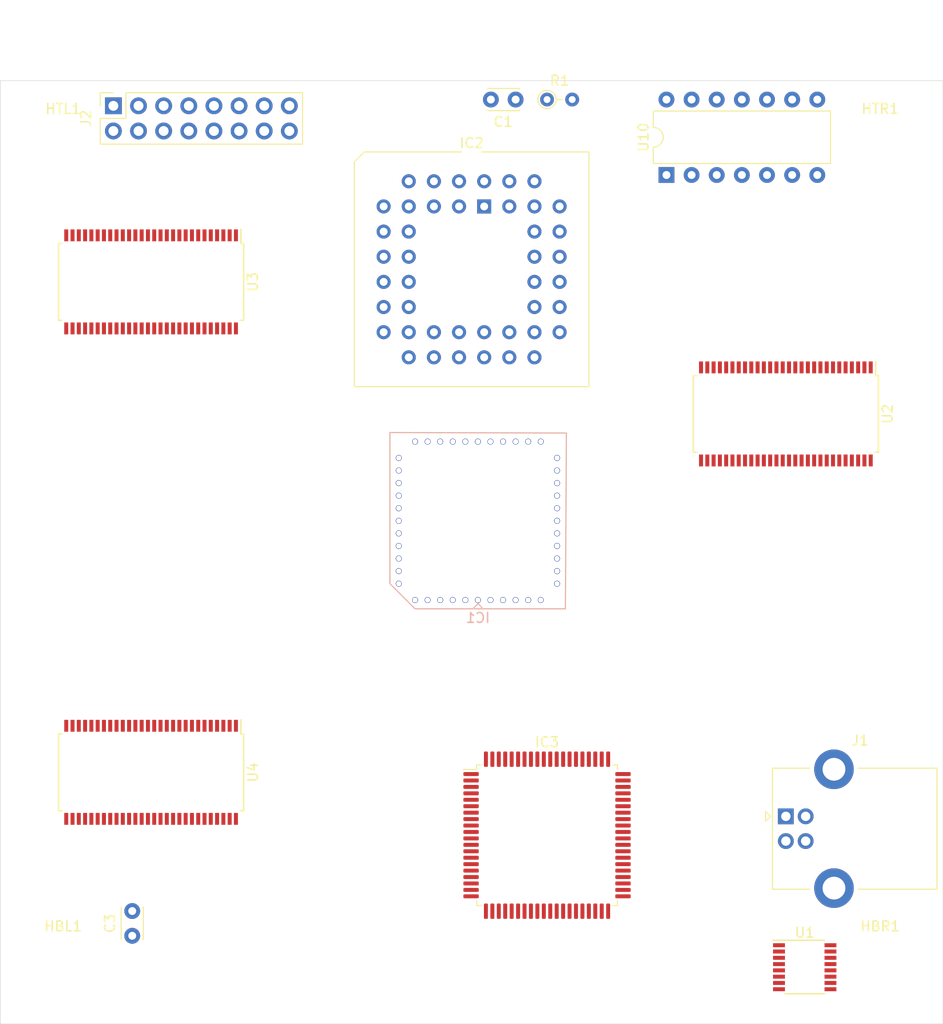
<source format=kicad_pcb>
(kicad_pcb (version 20171130) (host pcbnew "(5.1.6)-1")

  (general
    (thickness 1.6)
    (drawings 4)
    (tracks 0)
    (zones 0)
    (modules 17)
    (nets 129)
  )

  (page A4)
  (layers
    (0 F.Cu signal)
    (31 B.Cu signal)
    (32 B.Adhes user)
    (33 F.Adhes user)
    (34 B.Paste user)
    (35 F.Paste user)
    (36 B.SilkS user)
    (37 F.SilkS user)
    (38 B.Mask user)
    (39 F.Mask user)
    (40 Dwgs.User user)
    (41 Cmts.User user)
    (42 Eco1.User user)
    (43 Eco2.User user)
    (44 Edge.Cuts user)
    (45 Margin user)
    (46 B.CrtYd user)
    (47 F.CrtYd user)
    (48 B.Fab user)
    (49 F.Fab user)
  )

  (setup
    (last_trace_width 0.2)
    (trace_clearance 0.2)
    (zone_clearance 0.508)
    (zone_45_only no)
    (trace_min 0.2)
    (via_size 0.8)
    (via_drill 0.4)
    (via_min_size 0.4)
    (via_min_drill 0.3)
    (uvia_size 0.3)
    (uvia_drill 0.1)
    (uvias_allowed no)
    (uvia_min_size 0.2)
    (uvia_min_drill 0.1)
    (edge_width 0.05)
    (segment_width 0.2)
    (pcb_text_width 0.3)
    (pcb_text_size 1.5 1.5)
    (mod_edge_width 0.12)
    (mod_text_size 1 1)
    (mod_text_width 0.15)
    (pad_size 1.524 1.524)
    (pad_drill 0.762)
    (pad_to_mask_clearance 0.05)
    (aux_axis_origin 0 0)
    (visible_elements 7FFFFFFF)
    (pcbplotparams
      (layerselection 0x010fc_ffffffff)
      (usegerberextensions false)
      (usegerberattributes true)
      (usegerberadvancedattributes true)
      (creategerberjobfile true)
      (excludeedgelayer true)
      (linewidth 0.100000)
      (plotframeref false)
      (viasonmask false)
      (mode 1)
      (useauxorigin false)
      (hpglpennumber 1)
      (hpglpenspeed 20)
      (hpglpendiameter 15.000000)
      (psnegative false)
      (psa4output false)
      (plotreference true)
      (plotvalue true)
      (plotinvisibletext false)
      (padsonsilk false)
      (subtractmaskfromsilk false)
      (outputformat 1)
      (mirror false)
      (drillshape 0)
      (scaleselection 1)
      (outputdirectory "gerber"))
  )

  (net 0 "")
  (net 1 /A5)
  (net 2 /A4)
  (net 3 /A3)
  (net 4 /A2)
  (net 5 /A1)
  (net 6 /A0)
  (net 7 /~REFSH)
  (net 8 /~M1)
  (net 9 /~RESET)
  (net 10 /~BUSRQ)
  (net 11 /~WAIT)
  (net 12 /~BUSAK)
  (net 13 /~WR)
  (net 14 /~RD)
  (net 15 /~IOREQ)
  (net 16 /~MREQ)
  (net 17 /~HALT)
  (net 18 /~NMI)
  (net 19 /~INT)
  (net 20 /CLK)
  (net 21 /A6)
  (net 22 /A7)
  (net 23 /A8)
  (net 24 /A9)
  (net 25 /A10)
  (net 26 /A15)
  (net 27 /A14)
  (net 28 /A13)
  (net 29 /A12)
  (net 30 /A11)
  (net 31 /SPI_MISO)
  (net 32 /SPI_MOSI)
  (net 33 /SPI_SCK)
  (net 34 /SPI_~SS)
  (net 35 "Net-(J1-Pad3)")
  (net 36 "Net-(J1-Pad2)")
  (net 37 GND)
  (net 38 "Net-(C1-Pad1)")
  (net 39 /D0)
  (net 40 /D7)
  (net 41 /D6)
  (net 42 /D1)
  (net 43 VCC)
  (net 44 /D5)
  (net 45 /D4)
  (net 46 /D2)
  (net 47 /D3)
  (net 48 /DBLCLK)
  (net 49 /D7FF)
  (net 50 /D6FF)
  (net 51 /D5FF)
  (net 52 /D4FF)
  (net 53 /D3FF)
  (net 54 /D2FF)
  (net 55 /D1FF)
  (net 56 /D0FF)
  (net 57 /CLKFF)
  (net 58 /~BUSAKFF)
  (net 59 /~BUSRQFF)
  (net 60 /~RESETFF)
  (net 61 /~NMIFF)
  (net 62 /~INTFF)
  (net 63 /~WAITFF)
  (net 64 /~HALTFF)
  (net 65 /A15FF)
  (net 66 /A14FF)
  (net 67 /A6FF)
  (net 68 /A7FF)
  (net 69 /A8FF)
  (net 70 /A9FF)
  (net 71 /A10FF)
  (net 72 /A11FF)
  (net 73 /A12FF)
  (net 74 /A13FF)
  (net 75 /~M1FF)
  (net 76 /~MREQFF)
  (net 77 /~IOREQFF)
  (net 78 /~RDFF)
  (net 79 /~WRFF)
  (net 80 /~REFSHFF)
  (net 81 /AFF5)
  (net 82 /AFF4)
  (net 83 /AFF3)
  (net 84 /AFF2)
  (net 85 /AFF1)
  (net 86 /AFF0)
  (net 87 "Net-(C3-Pad1)")
  (net 88 /PI7FF)
  (net 89 /PI6FF)
  (net 90 /~FiFoFULL)
  (net 91 /FiFoHF)
  (net 92 /FiFoAF\AE)
  (net 93 /~FiFoEMPTY)
  (net 94 /~FiFoPEN)
  (net 95 /PI5FF)
  (net 96 /PI4FF)
  (net 97 /PI3FF)
  (net 98 /PI2FF)
  (net 99 /PI1FF)
  (net 100 /PI0FF)
  (net 101 /~FiFoRESET)
  (net 102 /~FiFoEO)
  (net 103 /FiFoCLK)
  (net 104 /PH7FF)
  (net 105 /PH6FF)
  (net 106 /PH5FF)
  (net 107 /PH4FF)
  (net 108 /PH3FF)
  (net 109 /PH2FF)
  (net 110 /PH1FF)
  (net 111 /PH0FF)
  (net 112 "Net-(J1-Pad5)")
  (net 113 /PI0)
  (net 114 /PI1)
  (net 115 /PI2)
  (net 116 /PI3)
  (net 117 /PI4)
  (net 118 /PI5)
  (net 119 /PI6)
  (net 120 /PI7)
  (net 121 /PH7)
  (net 122 /PH6)
  (net 123 /PH5)
  (net 124 /PH4)
  (net 125 /PH3)
  (net 126 /PH2)
  (net 127 /PH1)
  (net 128 /PH0)

  (net_class Default "This is the default net class."
    (clearance 0.2)
    (trace_width 0.2)
    (via_dia 0.8)
    (via_drill 0.4)
    (uvia_dia 0.3)
    (uvia_drill 0.1)
    (add_net /A0)
    (add_net /A1)
    (add_net /A10)
    (add_net /A10FF)
    (add_net /A11)
    (add_net /A11FF)
    (add_net /A12)
    (add_net /A12FF)
    (add_net /A13)
    (add_net /A13FF)
    (add_net /A14)
    (add_net /A14FF)
    (add_net /A15)
    (add_net /A15FF)
    (add_net /A2)
    (add_net /A3)
    (add_net /A4)
    (add_net /A5)
    (add_net /A6)
    (add_net /A6FF)
    (add_net /A7)
    (add_net /A7FF)
    (add_net /A8)
    (add_net /A8FF)
    (add_net /A9)
    (add_net /A9FF)
    (add_net /AFF0)
    (add_net /AFF1)
    (add_net /AFF2)
    (add_net /AFF3)
    (add_net /AFF4)
    (add_net /AFF5)
    (add_net /CLK)
    (add_net /CLKFF)
    (add_net /D0)
    (add_net /D0FF)
    (add_net /D1)
    (add_net /D1FF)
    (add_net /D2)
    (add_net /D2FF)
    (add_net /D3)
    (add_net /D3FF)
    (add_net /D4)
    (add_net /D4FF)
    (add_net /D5)
    (add_net /D5FF)
    (add_net /D6)
    (add_net /D6FF)
    (add_net /D7)
    (add_net /D7FF)
    (add_net /DBLCLK)
    (add_net /FiFoAF\AE)
    (add_net /FiFoCLK)
    (add_net /FiFoHF)
    (add_net /PH0)
    (add_net /PH0FF)
    (add_net /PH1)
    (add_net /PH1FF)
    (add_net /PH2)
    (add_net /PH2FF)
    (add_net /PH3)
    (add_net /PH3FF)
    (add_net /PH4)
    (add_net /PH4FF)
    (add_net /PH5)
    (add_net /PH5FF)
    (add_net /PH6)
    (add_net /PH6FF)
    (add_net /PH7)
    (add_net /PH7FF)
    (add_net /PI0)
    (add_net /PI0FF)
    (add_net /PI1)
    (add_net /PI1FF)
    (add_net /PI2)
    (add_net /PI2FF)
    (add_net /PI3)
    (add_net /PI3FF)
    (add_net /PI4)
    (add_net /PI4FF)
    (add_net /PI5)
    (add_net /PI5FF)
    (add_net /PI6)
    (add_net /PI6FF)
    (add_net /PI7)
    (add_net /PI7FF)
    (add_net /SPI_MISO)
    (add_net /SPI_MOSI)
    (add_net /SPI_SCK)
    (add_net /SPI_~SS)
    (add_net /~BUSAK)
    (add_net /~BUSAKFF)
    (add_net /~BUSRQ)
    (add_net /~BUSRQFF)
    (add_net /~FiFoEMPTY)
    (add_net /~FiFoEO)
    (add_net /~FiFoFULL)
    (add_net /~FiFoPEN)
    (add_net /~FiFoRESET)
    (add_net /~HALT)
    (add_net /~HALTFF)
    (add_net /~INT)
    (add_net /~INTFF)
    (add_net /~IOREQ)
    (add_net /~IOREQFF)
    (add_net /~M1)
    (add_net /~M1FF)
    (add_net /~MREQ)
    (add_net /~MREQFF)
    (add_net /~NMI)
    (add_net /~NMIFF)
    (add_net /~RD)
    (add_net /~RDFF)
    (add_net /~REFSH)
    (add_net /~REFSHFF)
    (add_net /~RESET)
    (add_net /~RESETFF)
    (add_net /~WAIT)
    (add_net /~WAITFF)
    (add_net /~WR)
    (add_net /~WRFF)
    (add_net "Net-(C1-Pad1)")
    (add_net "Net-(C3-Pad1)")
    (add_net "Net-(J1-Pad2)")
    (add_net "Net-(J1-Pad3)")
    (add_net "Net-(J1-Pad5)")
  )

  (net_class Power ""
    (clearance 0.2)
    (trace_width 0.4)
    (via_dia 0.8)
    (via_drill 0.4)
    (uvia_dia 0.3)
    (uvia_drill 0.1)
    (add_net GND)
    (add_net VCC)
  )

  (module Package_QFP:LQFP-80_14x14mm_P0.65mm (layer F.Cu) (tedit 5D9F72AF) (tstamp 5F1BD224)
    (at 106.045 127)
    (descr "LQFP, 80 Pin (https://www.analog.com/media/en/technical-documentation/data-sheets/AD9852.pdf), generated with kicad-footprint-generator ipc_gullwing_generator.py")
    (tags "LQFP QFP")
    (path /5F2886C4)
    (attr smd)
    (fp_text reference IC3 (at 0 -9.4) (layer F.SilkS)
      (effects (font (size 1 1) (thickness 0.15)))
    )
    (fp_text value STM8S208MBT6B (at 0 9.4) (layer F.Fab)
      (effects (font (size 1 1) (thickness 0.15)))
    )
    (fp_text user %R (at 0 0) (layer F.Fab)
      (effects (font (size 1 1) (thickness 0.15)))
    )
    (fp_line (start 6.635 7.11) (end 7.11 7.11) (layer F.SilkS) (width 0.12))
    (fp_line (start 7.11 7.11) (end 7.11 6.635) (layer F.SilkS) (width 0.12))
    (fp_line (start -6.635 7.11) (end -7.11 7.11) (layer F.SilkS) (width 0.12))
    (fp_line (start -7.11 7.11) (end -7.11 6.635) (layer F.SilkS) (width 0.12))
    (fp_line (start 6.635 -7.11) (end 7.11 -7.11) (layer F.SilkS) (width 0.12))
    (fp_line (start 7.11 -7.11) (end 7.11 -6.635) (layer F.SilkS) (width 0.12))
    (fp_line (start -6.635 -7.11) (end -7.11 -7.11) (layer F.SilkS) (width 0.12))
    (fp_line (start -7.11 -7.11) (end -7.11 -6.635) (layer F.SilkS) (width 0.12))
    (fp_line (start -7.11 -6.635) (end -8.45 -6.635) (layer F.SilkS) (width 0.12))
    (fp_line (start -6 -7) (end 7 -7) (layer F.Fab) (width 0.1))
    (fp_line (start 7 -7) (end 7 7) (layer F.Fab) (width 0.1))
    (fp_line (start 7 7) (end -7 7) (layer F.Fab) (width 0.1))
    (fp_line (start -7 7) (end -7 -6) (layer F.Fab) (width 0.1))
    (fp_line (start -7 -6) (end -6 -7) (layer F.Fab) (width 0.1))
    (fp_line (start 0 -8.7) (end -6.62 -8.7) (layer F.CrtYd) (width 0.05))
    (fp_line (start -6.62 -8.7) (end -6.62 -7.25) (layer F.CrtYd) (width 0.05))
    (fp_line (start -6.62 -7.25) (end -7.25 -7.25) (layer F.CrtYd) (width 0.05))
    (fp_line (start -7.25 -7.25) (end -7.25 -6.62) (layer F.CrtYd) (width 0.05))
    (fp_line (start -7.25 -6.62) (end -8.7 -6.62) (layer F.CrtYd) (width 0.05))
    (fp_line (start -8.7 -6.62) (end -8.7 0) (layer F.CrtYd) (width 0.05))
    (fp_line (start 0 -8.7) (end 6.62 -8.7) (layer F.CrtYd) (width 0.05))
    (fp_line (start 6.62 -8.7) (end 6.62 -7.25) (layer F.CrtYd) (width 0.05))
    (fp_line (start 6.62 -7.25) (end 7.25 -7.25) (layer F.CrtYd) (width 0.05))
    (fp_line (start 7.25 -7.25) (end 7.25 -6.62) (layer F.CrtYd) (width 0.05))
    (fp_line (start 7.25 -6.62) (end 8.7 -6.62) (layer F.CrtYd) (width 0.05))
    (fp_line (start 8.7 -6.62) (end 8.7 0) (layer F.CrtYd) (width 0.05))
    (fp_line (start 0 8.7) (end -6.62 8.7) (layer F.CrtYd) (width 0.05))
    (fp_line (start -6.62 8.7) (end -6.62 7.25) (layer F.CrtYd) (width 0.05))
    (fp_line (start -6.62 7.25) (end -7.25 7.25) (layer F.CrtYd) (width 0.05))
    (fp_line (start -7.25 7.25) (end -7.25 6.62) (layer F.CrtYd) (width 0.05))
    (fp_line (start -7.25 6.62) (end -8.7 6.62) (layer F.CrtYd) (width 0.05))
    (fp_line (start -8.7 6.62) (end -8.7 0) (layer F.CrtYd) (width 0.05))
    (fp_line (start 0 8.7) (end 6.62 8.7) (layer F.CrtYd) (width 0.05))
    (fp_line (start 6.62 8.7) (end 6.62 7.25) (layer F.CrtYd) (width 0.05))
    (fp_line (start 6.62 7.25) (end 7.25 7.25) (layer F.CrtYd) (width 0.05))
    (fp_line (start 7.25 7.25) (end 7.25 6.62) (layer F.CrtYd) (width 0.05))
    (fp_line (start 7.25 6.62) (end 8.7 6.62) (layer F.CrtYd) (width 0.05))
    (fp_line (start 8.7 6.62) (end 8.7 0) (layer F.CrtYd) (width 0.05))
    (pad 80 smd roundrect (at -6.175 -7.675) (size 0.4 1.55) (layers F.Cu F.Paste F.Mask) (roundrect_rratio 0.25)
      (net 49 /D7FF))
    (pad 79 smd roundrect (at -5.525 -7.675) (size 0.4 1.55) (layers F.Cu F.Paste F.Mask) (roundrect_rratio 0.25)
      (net 50 /D6FF))
    (pad 78 smd roundrect (at -4.875 -7.675) (size 0.4 1.55) (layers F.Cu F.Paste F.Mask) (roundrect_rratio 0.25)
      (net 51 /D5FF))
    (pad 77 smd roundrect (at -4.225 -7.675) (size 0.4 1.55) (layers F.Cu F.Paste F.Mask) (roundrect_rratio 0.25)
      (net 52 /D4FF))
    (pad 76 smd roundrect (at -3.575 -7.675) (size 0.4 1.55) (layers F.Cu F.Paste F.Mask) (roundrect_rratio 0.25)
      (net 53 /D3FF))
    (pad 75 smd roundrect (at -2.925 -7.675) (size 0.4 1.55) (layers F.Cu F.Paste F.Mask) (roundrect_rratio 0.25)
      (net 54 /D2FF))
    (pad 74 smd roundrect (at -2.275 -7.675) (size 0.4 1.55) (layers F.Cu F.Paste F.Mask) (roundrect_rratio 0.25)
      (net 55 /D1FF))
    (pad 73 smd roundrect (at -1.625 -7.675) (size 0.4 1.55) (layers F.Cu F.Paste F.Mask) (roundrect_rratio 0.25)
      (net 56 /D0FF))
    (pad 72 smd roundrect (at -0.975 -7.675) (size 0.4 1.55) (layers F.Cu F.Paste F.Mask) (roundrect_rratio 0.25)
      (net 88 /PI7FF))
    (pad 71 smd roundrect (at -0.325 -7.675) (size 0.4 1.55) (layers F.Cu F.Paste F.Mask) (roundrect_rratio 0.25)
      (net 89 /PI6FF))
    (pad 70 smd roundrect (at 0.325 -7.675) (size 0.4 1.55) (layers F.Cu F.Paste F.Mask) (roundrect_rratio 0.25)
      (net 90 /~FiFoFULL))
    (pad 69 smd roundrect (at 0.975 -7.675) (size 0.4 1.55) (layers F.Cu F.Paste F.Mask) (roundrect_rratio 0.25)
      (net 91 /FiFoHF))
    (pad 68 smd roundrect (at 1.625 -7.675) (size 0.4 1.55) (layers F.Cu F.Paste F.Mask) (roundrect_rratio 0.25)
      (net 92 /FiFoAF\AE))
    (pad 67 smd roundrect (at 2.275 -7.675) (size 0.4 1.55) (layers F.Cu F.Paste F.Mask) (roundrect_rratio 0.25)
      (net 93 /~FiFoEMPTY))
    (pad 66 smd roundrect (at 2.925 -7.675) (size 0.4 1.55) (layers F.Cu F.Paste F.Mask) (roundrect_rratio 0.25)
      (net 94 /~FiFoPEN))
    (pad 65 smd roundrect (at 3.575 -7.675) (size 0.4 1.55) (layers F.Cu F.Paste F.Mask) (roundrect_rratio 0.25)
      (net 57 /CLKFF))
    (pad 64 smd roundrect (at 4.225 -7.675) (size 0.4 1.55) (layers F.Cu F.Paste F.Mask) (roundrect_rratio 0.25)
      (net 58 /~BUSAKFF))
    (pad 63 smd roundrect (at 4.875 -7.675) (size 0.4 1.55) (layers F.Cu F.Paste F.Mask) (roundrect_rratio 0.25)
      (net 59 /~BUSRQFF))
    (pad 62 smd roundrect (at 5.525 -7.675) (size 0.4 1.55) (layers F.Cu F.Paste F.Mask) (roundrect_rratio 0.25)
      (net 95 /PI5FF))
    (pad 61 smd roundrect (at 6.175 -7.675) (size 0.4 1.55) (layers F.Cu F.Paste F.Mask) (roundrect_rratio 0.25)
      (net 96 /PI4FF))
    (pad 60 smd roundrect (at 7.675 -6.175) (size 1.55 0.4) (layers F.Cu F.Paste F.Mask) (roundrect_rratio 0.25)
      (net 97 /PI3FF))
    (pad 59 smd roundrect (at 7.675 -5.525) (size 1.55 0.4) (layers F.Cu F.Paste F.Mask) (roundrect_rratio 0.25)
      (net 98 /PI2FF))
    (pad 58 smd roundrect (at 7.675 -4.875) (size 1.55 0.4) (layers F.Cu F.Paste F.Mask) (roundrect_rratio 0.25)
      (net 99 /PI1FF))
    (pad 57 smd roundrect (at 7.675 -4.225) (size 1.55 0.4) (layers F.Cu F.Paste F.Mask) (roundrect_rratio 0.25)
      (net 100 /PI0FF))
    (pad 56 smd roundrect (at 7.675 -3.575) (size 1.55 0.4) (layers F.Cu F.Paste F.Mask) (roundrect_rratio 0.25)
      (net 60 /~RESETFF))
    (pad 55 smd roundrect (at 7.675 -2.925) (size 1.55 0.4) (layers F.Cu F.Paste F.Mask) (roundrect_rratio 0.25)
      (net 61 /~NMIFF))
    (pad 54 smd roundrect (at 7.675 -2.275) (size 1.55 0.4) (layers F.Cu F.Paste F.Mask) (roundrect_rratio 0.25)
      (net 62 /~INTFF))
    (pad 53 smd roundrect (at 7.675 -1.625) (size 1.55 0.4) (layers F.Cu F.Paste F.Mask) (roundrect_rratio 0.25)
      (net 63 /~WAITFF))
    (pad 52 smd roundrect (at 7.675 -0.975) (size 1.55 0.4) (layers F.Cu F.Paste F.Mask) (roundrect_rratio 0.25)
      (net 64 /~HALTFF))
    (pad 51 smd roundrect (at 7.675 -0.325) (size 1.55 0.4) (layers F.Cu F.Paste F.Mask) (roundrect_rratio 0.25)
      (net 31 /SPI_MISO))
    (pad 50 smd roundrect (at 7.675 0.325) (size 1.55 0.4) (layers F.Cu F.Paste F.Mask) (roundrect_rratio 0.25)
      (net 32 /SPI_MOSI))
    (pad 49 smd roundrect (at 7.675 0.975) (size 1.55 0.4) (layers F.Cu F.Paste F.Mask) (roundrect_rratio 0.25)
      (net 43 VCC))
    (pad 48 smd roundrect (at 7.675 1.625) (size 1.55 0.4) (layers F.Cu F.Paste F.Mask) (roundrect_rratio 0.25)
      (net 37 GND))
    (pad 47 smd roundrect (at 7.675 2.275) (size 1.55 0.4) (layers F.Cu F.Paste F.Mask) (roundrect_rratio 0.25)
      (net 33 /SPI_SCK))
    (pad 46 smd roundrect (at 7.675 2.925) (size 1.55 0.4) (layers F.Cu F.Paste F.Mask) (roundrect_rratio 0.25)
      (net 101 /~FiFoRESET))
    (pad 45 smd roundrect (at 7.675 3.575) (size 1.55 0.4) (layers F.Cu F.Paste F.Mask) (roundrect_rratio 0.25)
      (net 102 /~FiFoEO))
    (pad 44 smd roundrect (at 7.675 4.225) (size 1.55 0.4) (layers F.Cu F.Paste F.Mask) (roundrect_rratio 0.25)
      (net 103 /FiFoCLK))
    (pad 43 smd roundrect (at 7.675 4.875) (size 1.55 0.4) (layers F.Cu F.Paste F.Mask) (roundrect_rratio 0.25)
      (net 65 /A15FF))
    (pad 42 smd roundrect (at 7.675 5.525) (size 1.55 0.4) (layers F.Cu F.Paste F.Mask) (roundrect_rratio 0.25)
      (net 66 /A14FF))
    (pad 41 smd roundrect (at 7.675 6.175) (size 1.55 0.4) (layers F.Cu F.Paste F.Mask) (roundrect_rratio 0.25)
      (net 34 /SPI_~SS))
    (pad 40 smd roundrect (at 6.175 7.675) (size 0.4 1.55) (layers F.Cu F.Paste F.Mask) (roundrect_rratio 0.25))
    (pad 39 smd roundrect (at 5.525 7.675) (size 0.4 1.55) (layers F.Cu F.Paste F.Mask) (roundrect_rratio 0.25))
    (pad 38 smd roundrect (at 4.875 7.675) (size 0.4 1.55) (layers F.Cu F.Paste F.Mask) (roundrect_rratio 0.25)
      (net 104 /PH7FF))
    (pad 37 smd roundrect (at 4.225 7.675) (size 0.4 1.55) (layers F.Cu F.Paste F.Mask) (roundrect_rratio 0.25)
      (net 105 /PH6FF))
    (pad 36 smd roundrect (at 3.575 7.675) (size 0.4 1.55) (layers F.Cu F.Paste F.Mask) (roundrect_rratio 0.25)
      (net 106 /PH5FF))
    (pad 35 smd roundrect (at 2.925 7.675) (size 0.4 1.55) (layers F.Cu F.Paste F.Mask) (roundrect_rratio 0.25)
      (net 107 /PH4FF))
    (pad 34 smd roundrect (at 2.275 7.675) (size 0.4 1.55) (layers F.Cu F.Paste F.Mask) (roundrect_rratio 0.25)
      (net 67 /A6FF))
    (pad 33 smd roundrect (at 1.625 7.675) (size 0.4 1.55) (layers F.Cu F.Paste F.Mask) (roundrect_rratio 0.25)
      (net 68 /A7FF))
    (pad 32 smd roundrect (at 0.975 7.675) (size 0.4 1.55) (layers F.Cu F.Paste F.Mask) (roundrect_rratio 0.25)
      (net 69 /A8FF))
    (pad 31 smd roundrect (at 0.325 7.675) (size 0.4 1.55) (layers F.Cu F.Paste F.Mask) (roundrect_rratio 0.25)
      (net 70 /A9FF))
    (pad 30 smd roundrect (at -0.325 7.675) (size 0.4 1.55) (layers F.Cu F.Paste F.Mask) (roundrect_rratio 0.25)
      (net 71 /A10FF))
    (pad 29 smd roundrect (at -0.975 7.675) (size 0.4 1.55) (layers F.Cu F.Paste F.Mask) (roundrect_rratio 0.25)
      (net 72 /A11FF))
    (pad 28 smd roundrect (at -1.625 7.675) (size 0.4 1.55) (layers F.Cu F.Paste F.Mask) (roundrect_rratio 0.25)
      (net 73 /A12FF))
    (pad 27 smd roundrect (at -2.275 7.675) (size 0.4 1.55) (layers F.Cu F.Paste F.Mask) (roundrect_rratio 0.25)
      (net 74 /A13FF))
    (pad 26 smd roundrect (at -2.925 7.675) (size 0.4 1.55) (layers F.Cu F.Paste F.Mask) (roundrect_rratio 0.25)
      (net 75 /~M1FF))
    (pad 25 smd roundrect (at -3.575 7.675) (size 0.4 1.55) (layers F.Cu F.Paste F.Mask) (roundrect_rratio 0.25))
    (pad 24 smd roundrect (at -4.225 7.675) (size 0.4 1.55) (layers F.Cu F.Paste F.Mask) (roundrect_rratio 0.25)
      (net 37 GND))
    (pad 23 smd roundrect (at -4.875 7.675) (size 0.4 1.55) (layers F.Cu F.Paste F.Mask) (roundrect_rratio 0.25)
      (net 43 VCC))
    (pad 22 smd roundrect (at -5.525 7.675) (size 0.4 1.55) (layers F.Cu F.Paste F.Mask) (roundrect_rratio 0.25))
    (pad 21 smd roundrect (at -6.175 7.675) (size 0.4 1.55) (layers F.Cu F.Paste F.Mask) (roundrect_rratio 0.25)
      (net 76 /~MREQFF))
    (pad 20 smd roundrect (at -7.675 6.175) (size 1.55 0.4) (layers F.Cu F.Paste F.Mask) (roundrect_rratio 0.25)
      (net 77 /~IOREQFF))
    (pad 19 smd roundrect (at -7.675 5.525) (size 1.55 0.4) (layers F.Cu F.Paste F.Mask) (roundrect_rratio 0.25)
      (net 78 /~RDFF))
    (pad 18 smd roundrect (at -7.675 4.875) (size 1.55 0.4) (layers F.Cu F.Paste F.Mask) (roundrect_rratio 0.25)
      (net 79 /~WRFF))
    (pad 17 smd roundrect (at -7.675 4.225) (size 1.55 0.4) (layers F.Cu F.Paste F.Mask) (roundrect_rratio 0.25)
      (net 80 /~REFSHFF))
    (pad 16 smd roundrect (at -7.675 3.575) (size 1.55 0.4) (layers F.Cu F.Paste F.Mask) (roundrect_rratio 0.25)
      (net 108 /PH3FF))
    (pad 15 smd roundrect (at -7.675 2.925) (size 1.55 0.4) (layers F.Cu F.Paste F.Mask) (roundrect_rratio 0.25)
      (net 109 /PH2FF))
    (pad 14 smd roundrect (at -7.675 2.275) (size 1.55 0.4) (layers F.Cu F.Paste F.Mask) (roundrect_rratio 0.25)
      (net 110 /PH1FF))
    (pad 13 smd roundrect (at -7.675 1.625) (size 1.55 0.4) (layers F.Cu F.Paste F.Mask) (roundrect_rratio 0.25)
      (net 111 /PH0FF))
    (pad 12 smd roundrect (at -7.675 0.975) (size 1.55 0.4) (layers F.Cu F.Paste F.Mask) (roundrect_rratio 0.25)
      (net 81 /AFF5))
    (pad 11 smd roundrect (at -7.675 0.325) (size 1.55 0.4) (layers F.Cu F.Paste F.Mask) (roundrect_rratio 0.25)
      (net 82 /AFF4))
    (pad 10 smd roundrect (at -7.675 -0.325) (size 1.55 0.4) (layers F.Cu F.Paste F.Mask) (roundrect_rratio 0.25)
      (net 83 /AFF3))
    (pad 9 smd roundrect (at -7.675 -0.975) (size 1.55 0.4) (layers F.Cu F.Paste F.Mask) (roundrect_rratio 0.25)
      (net 84 /AFF2))
    (pad 8 smd roundrect (at -7.675 -1.625) (size 1.55 0.4) (layers F.Cu F.Paste F.Mask) (roundrect_rratio 0.25)
      (net 43 VCC))
    (pad 7 smd roundrect (at -7.675 -2.275) (size 1.55 0.4) (layers F.Cu F.Paste F.Mask) (roundrect_rratio 0.25)
      (net 43 VCC))
    (pad 6 smd roundrect (at -7.675 -2.925) (size 1.55 0.4) (layers F.Cu F.Paste F.Mask) (roundrect_rratio 0.25)
      (net 87 "Net-(C3-Pad1)"))
    (pad 5 smd roundrect (at -7.675 -3.575) (size 1.55 0.4) (layers F.Cu F.Paste F.Mask) (roundrect_rratio 0.25)
      (net 37 GND))
    (pad 4 smd roundrect (at -7.675 -4.225) (size 1.55 0.4) (layers F.Cu F.Paste F.Mask) (roundrect_rratio 0.25)
      (net 37 GND))
    (pad 3 smd roundrect (at -7.675 -4.875) (size 1.55 0.4) (layers F.Cu F.Paste F.Mask) (roundrect_rratio 0.25)
      (net 85 /AFF1))
    (pad 2 smd roundrect (at -7.675 -5.525) (size 1.55 0.4) (layers F.Cu F.Paste F.Mask) (roundrect_rratio 0.25)
      (net 86 /AFF0))
    (pad 1 smd roundrect (at -7.675 -6.175) (size 1.55 0.4) (layers F.Cu F.Paste F.Mask) (roundrect_rratio 0.25)
      (net 43 VCC))
    (model ${KISYS3DMOD}/Package_QFP.3dshapes/LQFP-80_14x14mm_P0.65mm.wrl
      (at (xyz 0 0 0))
      (scale (xyz 1 1 1))
      (rotate (xyz 0 0 0))
    )
  )

  (module Winslow:Winslow-W9303 (layer B.Cu) (tedit 5F1C8708) (tstamp 5F1B91EF)
    (at 99.06 95.25)
    (descr "Winslow Adaptics W9303 44 Pin Through-Board PLCC Plug https://www.warwickts.com/4303/W9303-44-Way-PLCC-Plug")
    (tags "PLCC LCC")
    (path /5EBE8282)
    (attr smd)
    (fp_text reference IC1 (at 0 9.8) (layer B.SilkS)
      (effects (font (size 1 1) (thickness 0.15)) (justify mirror))
    )
    (fp_text value Z80CPU-LCC (at 0.508 -11.938) (layer B.Fab)
      (effects (font (size 1 1) (thickness 0.15)) (justify mirror))
    )
    (fp_text user %R (at 0 0) (layer B.Fab)
      (effects (font (size 1 1) (thickness 0.15)) (justify mirror))
    )
    (fp_line (start -8.89 -8.9154) (end -8.89 6.35) (layer B.SilkS) (width 0.12))
    (fp_line (start 8.9154 -8.8646) (end -8.89 -8.9154) (layer B.SilkS) (width 0.12))
    (fp_line (start 8.8392 8.89) (end 8.9408 -8.8646) (layer B.SilkS) (width 0.12))
    (fp_line (start -6.35 8.89) (end 8.8392 8.89) (layer B.SilkS) (width 0.12))
    (fp_line (start -6.35 8.89) (end -8.89 6.35) (layer B.SilkS) (width 0.12))
    (fp_line (start -0.508 8.89) (end 0.0254 8.3566) (layer B.SilkS) (width 0.12))
    (fp_line (start 0.0254 8.3566) (end 0.508 8.89) (layer B.SilkS) (width 0.12))
    (pad 1 thru_hole circle (at 0 8) (size 0.6 0.6) (drill 0.5) (layers *.Cu *.Mask)
      (net 30 /A11))
    (pad 2 thru_hole circle (at -1.27 8) (size 0.6 0.6) (drill 0.5) (layers *.Cu *.Mask)
      (net 29 /A12))
    (pad 3 thru_hole circle (at -2.54 8) (size 0.6 0.6) (drill 0.5) (layers *.Cu *.Mask)
      (net 28 /A13))
    (pad 4 thru_hole circle (at -3.81 8) (size 0.6 0.6) (drill 0.5) (layers *.Cu *.Mask)
      (net 27 /A14))
    (pad 5 thru_hole circle (at -5.08 8) (size 0.6 0.6) (drill 0.5) (layers *.Cu *.Mask)
      (net 26 /A15))
    (pad 6 thru_hole circle (at -6.35 8) (size 0.6 0.6) (drill 0.5) (layers *.Cu *.Mask))
    (pad 7 thru_hole circle (at -8 6.35) (size 0.6 0.6) (drill 0.5) (layers *.Cu *.Mask)
      (net 20 /CLK))
    (pad 8 thru_hole circle (at -8 5.08) (size 0.6 0.6) (drill 0.5) (layers *.Cu *.Mask)
      (net 47 /D3))
    (pad 9 thru_hole circle (at -8 3.81) (size 0.6 0.6) (drill 0.5) (layers *.Cu *.Mask)
      (net 46 /D2))
    (pad 10 thru_hole circle (at -8 2.54) (size 0.6 0.6) (drill 0.5) (layers *.Cu *.Mask)
      (net 45 /D4))
    (pad 11 thru_hole circle (at -8 1.27) (size 0.6 0.6) (drill 0.5) (layers *.Cu *.Mask)
      (net 44 /D5))
    (pad 12 thru_hole circle (at -8 0) (size 0.6 0.6) (drill 0.5) (layers *.Cu *.Mask))
    (pad 13 thru_hole circle (at -8 -1.27) (size 0.6 0.6) (drill 0.5) (layers *.Cu *.Mask)
      (net 43 VCC))
    (pad 14 thru_hole circle (at -8 -2.54) (size 0.6 0.6) (drill 0.5) (layers *.Cu *.Mask)
      (net 42 /D1))
    (pad 15 thru_hole circle (at -8 -3.81) (size 0.6 0.6) (drill 0.5) (layers *.Cu *.Mask)
      (net 41 /D6))
    (pad 16 thru_hole circle (at -8 -5.08) (size 0.6 0.6) (drill 0.5) (layers *.Cu *.Mask)
      (net 40 /D7))
    (pad 17 thru_hole circle (at -8 -6.35) (size 0.6 0.6) (drill 0.5) (layers *.Cu *.Mask)
      (net 39 /D0))
    (pad 18 thru_hole circle (at -6.35 -8) (size 0.6 0.6) (drill 0.5) (layers *.Cu *.Mask)
      (net 19 /~INT))
    (pad 19 thru_hole circle (at -5.08 -8) (size 0.6 0.6) (drill 0.5) (layers *.Cu *.Mask)
      (net 18 /~NMI))
    (pad 20 thru_hole circle (at -3.81 -8) (size 0.6 0.6) (drill 0.5) (layers *.Cu *.Mask)
      (net 17 /~HALT))
    (pad 21 thru_hole circle (at -2.54 -8) (size 0.6 0.6) (drill 0.5) (layers *.Cu *.Mask)
      (net 16 /~MREQ))
    (pad 22 thru_hole circle (at -1.27 -8) (size 0.6 0.6) (drill 0.5) (layers *.Cu *.Mask)
      (net 15 /~IOREQ))
    (pad 23 thru_hole circle (at 0 -8) (size 0.6 0.6) (drill 0.5) (layers *.Cu *.Mask)
      (net 14 /~RD))
    (pad 24 thru_hole circle (at 1.27 -8) (size 0.6 0.6) (drill 0.5) (layers *.Cu *.Mask))
    (pad 25 thru_hole circle (at 2.54 -8) (size 0.6 0.6) (drill 0.5) (layers *.Cu *.Mask))
    (pad 26 thru_hole circle (at 3.81 -8) (size 0.6 0.6) (drill 0.5) (layers *.Cu *.Mask)
      (net 13 /~WR))
    (pad 27 thru_hole circle (at 5.08 -8) (size 0.6 0.6) (drill 0.5) (layers *.Cu *.Mask)
      (net 12 /~BUSAK))
    (pad 28 thru_hole circle (at 6.35 -8) (size 0.6 0.6) (drill 0.5) (layers *.Cu *.Mask)
      (net 11 /~WAIT))
    (pad 29 thru_hole circle (at 8 -6.35) (size 0.6 0.6) (drill 0.5) (layers *.Cu *.Mask)
      (net 10 /~BUSRQ))
    (pad 30 thru_hole circle (at 8 -5.08) (size 0.6 0.6) (drill 0.5) (layers *.Cu *.Mask)
      (net 9 /~RESET))
    (pad 31 thru_hole circle (at 8 -3.81) (size 0.6 0.6) (drill 0.5) (layers *.Cu *.Mask)
      (net 8 /~M1))
    (pad 32 thru_hole circle (at 8 -2.54) (size 0.6 0.6) (drill 0.5) (layers *.Cu *.Mask)
      (net 7 /~REFSH))
    (pad 33 thru_hole circle (at 8 -1.27) (size 0.6 0.6) (drill 0.5) (layers *.Cu *.Mask)
      (net 37 GND))
    (pad 34 thru_hole circle (at 8 0) (size 0.6 0.6) (drill 0.5) (layers *.Cu *.Mask)
      (net 6 /A0))
    (pad 35 thru_hole circle (at 8 1.27) (size 0.6 0.6) (drill 0.5) (layers *.Cu *.Mask)
      (net 5 /A1))
    (pad 36 thru_hole circle (at 8 2.54) (size 0.6 0.6) (drill 0.5) (layers *.Cu *.Mask)
      (net 4 /A2))
    (pad 37 thru_hole circle (at 8 3.81) (size 0.6 0.6) (drill 0.5) (layers *.Cu *.Mask)
      (net 3 /A3))
    (pad 38 thru_hole circle (at 8 5.08) (size 0.6 0.6) (drill 0.5) (layers *.Cu *.Mask)
      (net 2 /A4))
    (pad 39 thru_hole circle (at 8 6.35) (size 0.6 0.6) (drill 0.5) (layers *.Cu *.Mask)
      (net 1 /A5))
    (pad 40 thru_hole circle (at 6.35 8) (size 0.6 0.6) (drill 0.5) (layers *.Cu *.Mask)
      (net 21 /A6))
    (pad 41 thru_hole circle (at 5.08 8) (size 0.6 0.6) (drill 0.5) (layers *.Cu *.Mask)
      (net 22 /A7))
    (pad 42 thru_hole circle (at 3.81 8) (size 0.6 0.6) (drill 0.5) (layers *.Cu *.Mask)
      (net 23 /A8))
    (pad 43 thru_hole circle (at 2.54 8) (size 0.6 0.6) (drill 0.5) (layers *.Cu *.Mask)
      (net 24 /A9))
    (pad 44 thru_hole circle (at 1.27 8) (size 0.6 0.6) (drill 0.5) (layers *.Cu *.Mask)
      (net 25 /A10))
    (model ${KISYS3DMOD}/Package_LCC.3dshapes/PLCC-44_16.6x16.6mm_P1.27mm.wrl
      (at (xyz 0 0 0))
      (scale (xyz 1 1 1))
      (rotate (xyz 0 0 0))
    )
  )

  (module Connector_PinSocket_2.54mm:PinSocket_2x08_P2.54mm_Vertical (layer F.Cu) (tedit 5A19A42B) (tstamp 5F1E9614)
    (at 62.23 53.34 90)
    (descr "Through hole straight socket strip, 2x08, 2.54mm pitch, double cols (from Kicad 4.0.7), script generated")
    (tags "Through hole socket strip THT 2x08 2.54mm double row")
    (path /5F6B360E)
    (fp_text reference J2 (at -1.27 -2.77 90) (layer F.SilkS)
      (effects (font (size 1 1) (thickness 0.15)))
    )
    (fp_text value Conn_02x08_Counter_Clockwise (at -1.27 20.55 90) (layer F.Fab)
      (effects (font (size 1 1) (thickness 0.15)))
    )
    (fp_text user %R (at -1.27 8.89) (layer F.Fab)
      (effects (font (size 1 1) (thickness 0.15)))
    )
    (fp_line (start -3.81 -1.27) (end 0.27 -1.27) (layer F.Fab) (width 0.1))
    (fp_line (start 0.27 -1.27) (end 1.27 -0.27) (layer F.Fab) (width 0.1))
    (fp_line (start 1.27 -0.27) (end 1.27 19.05) (layer F.Fab) (width 0.1))
    (fp_line (start 1.27 19.05) (end -3.81 19.05) (layer F.Fab) (width 0.1))
    (fp_line (start -3.81 19.05) (end -3.81 -1.27) (layer F.Fab) (width 0.1))
    (fp_line (start -3.87 -1.33) (end -1.27 -1.33) (layer F.SilkS) (width 0.12))
    (fp_line (start -3.87 -1.33) (end -3.87 19.11) (layer F.SilkS) (width 0.12))
    (fp_line (start -3.87 19.11) (end 1.33 19.11) (layer F.SilkS) (width 0.12))
    (fp_line (start 1.33 1.27) (end 1.33 19.11) (layer F.SilkS) (width 0.12))
    (fp_line (start -1.27 1.27) (end 1.33 1.27) (layer F.SilkS) (width 0.12))
    (fp_line (start -1.27 -1.33) (end -1.27 1.27) (layer F.SilkS) (width 0.12))
    (fp_line (start 1.33 -1.33) (end 1.33 0) (layer F.SilkS) (width 0.12))
    (fp_line (start 0 -1.33) (end 1.33 -1.33) (layer F.SilkS) (width 0.12))
    (fp_line (start -4.34 -1.8) (end 1.76 -1.8) (layer F.CrtYd) (width 0.05))
    (fp_line (start 1.76 -1.8) (end 1.76 19.55) (layer F.CrtYd) (width 0.05))
    (fp_line (start 1.76 19.55) (end -4.34 19.55) (layer F.CrtYd) (width 0.05))
    (fp_line (start -4.34 19.55) (end -4.34 -1.8) (layer F.CrtYd) (width 0.05))
    (pad 16 thru_hole oval (at -2.54 17.78 90) (size 1.7 1.7) (drill 1) (layers *.Cu *.Mask)
      (net 113 /PI0))
    (pad 15 thru_hole oval (at 0 17.78 90) (size 1.7 1.7) (drill 1) (layers *.Cu *.Mask)
      (net 114 /PI1))
    (pad 14 thru_hole oval (at -2.54 15.24 90) (size 1.7 1.7) (drill 1) (layers *.Cu *.Mask)
      (net 115 /PI2))
    (pad 13 thru_hole oval (at 0 15.24 90) (size 1.7 1.7) (drill 1) (layers *.Cu *.Mask)
      (net 116 /PI3))
    (pad 12 thru_hole oval (at -2.54 12.7 90) (size 1.7 1.7) (drill 1) (layers *.Cu *.Mask)
      (net 117 /PI4))
    (pad 11 thru_hole oval (at 0 12.7 90) (size 1.7 1.7) (drill 1) (layers *.Cu *.Mask)
      (net 118 /PI5))
    (pad 10 thru_hole oval (at -2.54 10.16 90) (size 1.7 1.7) (drill 1) (layers *.Cu *.Mask)
      (net 119 /PI6))
    (pad 9 thru_hole oval (at 0 10.16 90) (size 1.7 1.7) (drill 1) (layers *.Cu *.Mask)
      (net 120 /PI7))
    (pad 8 thru_hole oval (at -2.54 7.62 90) (size 1.7 1.7) (drill 1) (layers *.Cu *.Mask)
      (net 121 /PH7))
    (pad 7 thru_hole oval (at 0 7.62 90) (size 1.7 1.7) (drill 1) (layers *.Cu *.Mask)
      (net 122 /PH6))
    (pad 6 thru_hole oval (at -2.54 5.08 90) (size 1.7 1.7) (drill 1) (layers *.Cu *.Mask)
      (net 123 /PH5))
    (pad 5 thru_hole oval (at 0 5.08 90) (size 1.7 1.7) (drill 1) (layers *.Cu *.Mask)
      (net 124 /PH4))
    (pad 4 thru_hole oval (at -2.54 2.54 90) (size 1.7 1.7) (drill 1) (layers *.Cu *.Mask)
      (net 125 /PH3))
    (pad 3 thru_hole oval (at 0 2.54 90) (size 1.7 1.7) (drill 1) (layers *.Cu *.Mask)
      (net 126 /PH2))
    (pad 2 thru_hole oval (at -2.54 0 90) (size 1.7 1.7) (drill 1) (layers *.Cu *.Mask)
      (net 127 /PH1))
    (pad 1 thru_hole rect (at 0 0 90) (size 1.7 1.7) (drill 1) (layers *.Cu *.Mask)
      (net 128 /PH0))
    (model ${KISYS3DMOD}/Connector_PinSocket_2.54mm.3dshapes/PinSocket_2x08_P2.54mm_Vertical.wrl
      (at (xyz 0 0 0))
      (scale (xyz 1 1 1))
      (rotate (xyz 0 0 0))
    )
  )

  (module Capacitor_THT:C_Disc_D3.0mm_W2.0mm_P2.50mm (layer F.Cu) (tedit 5AE50EF0) (tstamp 5F1E9409)
    (at 64.135 137.16 90)
    (descr "C, Disc series, Radial, pin pitch=2.50mm, , diameter*width=3*2mm^2, Capacitor")
    (tags "C Disc series Radial pin pitch 2.50mm  diameter 3mm width 2mm Capacitor")
    (path /5F925AB8)
    (fp_text reference C3 (at 1.25 -2.25 90) (layer F.SilkS)
      (effects (font (size 1 1) (thickness 0.15)))
    )
    (fp_text value 1uf (at 1.25 2.25 90) (layer F.Fab)
      (effects (font (size 1 1) (thickness 0.15)))
    )
    (fp_text user %R (at 1.25 0 90) (layer F.Fab)
      (effects (font (size 0.6 0.6) (thickness 0.09)))
    )
    (fp_line (start -0.25 -1) (end -0.25 1) (layer F.Fab) (width 0.1))
    (fp_line (start -0.25 1) (end 2.75 1) (layer F.Fab) (width 0.1))
    (fp_line (start 2.75 1) (end 2.75 -1) (layer F.Fab) (width 0.1))
    (fp_line (start 2.75 -1) (end -0.25 -1) (layer F.Fab) (width 0.1))
    (fp_line (start -0.37 -1.12) (end 2.87 -1.12) (layer F.SilkS) (width 0.12))
    (fp_line (start -0.37 1.12) (end 2.87 1.12) (layer F.SilkS) (width 0.12))
    (fp_line (start -0.37 -1.12) (end -0.37 -1.055) (layer F.SilkS) (width 0.12))
    (fp_line (start -0.37 1.055) (end -0.37 1.12) (layer F.SilkS) (width 0.12))
    (fp_line (start 2.87 -1.12) (end 2.87 -1.055) (layer F.SilkS) (width 0.12))
    (fp_line (start 2.87 1.055) (end 2.87 1.12) (layer F.SilkS) (width 0.12))
    (fp_line (start -1.05 -1.25) (end -1.05 1.25) (layer F.CrtYd) (width 0.05))
    (fp_line (start -1.05 1.25) (end 3.55 1.25) (layer F.CrtYd) (width 0.05))
    (fp_line (start 3.55 1.25) (end 3.55 -1.25) (layer F.CrtYd) (width 0.05))
    (fp_line (start 3.55 -1.25) (end -1.05 -1.25) (layer F.CrtYd) (width 0.05))
    (pad 2 thru_hole circle (at 2.5 0 90) (size 1.6 1.6) (drill 0.8) (layers *.Cu *.Mask)
      (net 37 GND))
    (pad 1 thru_hole circle (at 0 0 90) (size 1.6 1.6) (drill 0.8) (layers *.Cu *.Mask)
      (net 87 "Net-(C3-Pad1)"))
    (model ${KISYS3DMOD}/Capacitor_THT.3dshapes/C_Disc_D3.0mm_W2.0mm_P2.50mm.wrl
      (at (xyz 0 0 0))
      (scale (xyz 1 1 1))
      (rotate (xyz 0 0 0))
    )
  )

  (module Package_SO:SSOP-56_7.5x18.5mm_P0.635mm (layer F.Cu) (tedit 5A02F25C) (tstamp 5F1D0684)
    (at 66.04 120.65 270)
    (descr "SSOP56: plastic shrink small outline package; 56 leads; body width 7.5 mm; (see NXP SSOP-TSSOP-VSO-REFLOW.pdf and sot371-1_po.pdf)")
    (tags "SSOP 0.635")
    (path /5F2BF870)
    (attr smd)
    (fp_text reference U4 (at 0 -10.275 90) (layer F.SilkS)
      (effects (font (size 1 1) (thickness 0.15)))
    )
    (fp_text value SN74ACT7806 (at 0 10.275 90) (layer F.Fab)
      (effects (font (size 1 1) (thickness 0.15)))
    )
    (fp_text user %R (at 0 0 90) (layer F.Fab)
      (effects (font (size 0.8 0.8) (thickness 0.15)))
    )
    (fp_line (start -2.75 -9.25) (end 3.75 -9.25) (layer F.Fab) (width 0.15))
    (fp_line (start 3.75 -9.25) (end 3.75 9.25) (layer F.Fab) (width 0.15))
    (fp_line (start 3.75 9.25) (end -3.75 9.25) (layer F.Fab) (width 0.15))
    (fp_line (start -3.75 9.25) (end -3.75 -8.25) (layer F.Fab) (width 0.15))
    (fp_line (start -3.75 -8.25) (end -2.75 -9.25) (layer F.Fab) (width 0.15))
    (fp_line (start -5.55 -9.55) (end -5.55 9.55) (layer F.CrtYd) (width 0.05))
    (fp_line (start 5.55 -9.55) (end 5.55 9.55) (layer F.CrtYd) (width 0.05))
    (fp_line (start -5.55 -9.55) (end 5.55 -9.55) (layer F.CrtYd) (width 0.05))
    (fp_line (start -5.55 9.55) (end 5.55 9.55) (layer F.CrtYd) (width 0.05))
    (fp_line (start -3.875 -9.35) (end -3.875 -9.075) (layer F.SilkS) (width 0.15))
    (fp_line (start 3.875 -9.35) (end 3.875 -8.9975) (layer F.SilkS) (width 0.15))
    (fp_line (start 3.875 9.35) (end 3.875 8.9975) (layer F.SilkS) (width 0.15))
    (fp_line (start -3.875 9.35) (end -3.875 8.9975) (layer F.SilkS) (width 0.15))
    (fp_line (start -3.875 -9.35) (end 3.875 -9.35) (layer F.SilkS) (width 0.15))
    (fp_line (start -3.875 9.35) (end 3.875 9.35) (layer F.SilkS) (width 0.15))
    (fp_line (start -3.875 -9.075) (end -5.3 -9.075) (layer F.SilkS) (width 0.15))
    (pad 56 smd rect (at 4.7 -8.5725 270) (size 1.2 0.4) (layers F.Cu F.Paste F.Mask)
      (net 102 /~FiFoEO))
    (pad 55 smd rect (at 4.7 -7.9375 270) (size 1.2 0.4) (layers F.Cu F.Paste F.Mask)
      (net 88 /PI7FF))
    (pad 54 smd rect (at 4.7 -7.3025 270) (size 1.2 0.4) (layers F.Cu F.Paste F.Mask)
      (net 89 /PI6FF))
    (pad 53 smd rect (at 4.7 -6.6675 270) (size 1.2 0.4) (layers F.Cu F.Paste F.Mask)
      (net 95 /PI5FF))
    (pad 52 smd rect (at 4.7 -6.0325 270) (size 1.2 0.4) (layers F.Cu F.Paste F.Mask)
      (net 37 GND))
    (pad 51 smd rect (at 4.7 -5.3975 270) (size 1.2 0.4) (layers F.Cu F.Paste F.Mask)
      (net 96 /PI4FF))
    (pad 50 smd rect (at 4.7 -4.7625 270) (size 1.2 0.4) (layers F.Cu F.Paste F.Mask)
      (net 43 VCC))
    (pad 49 smd rect (at 4.7 -4.1275 270) (size 1.2 0.4) (layers F.Cu F.Paste F.Mask)
      (net 57 /CLKFF))
    (pad 48 smd rect (at 4.7 -3.4925 270) (size 1.2 0.4) (layers F.Cu F.Paste F.Mask)
      (net 58 /~BUSAKFF))
    (pad 47 smd rect (at 4.7 -2.8575 270) (size 1.2 0.4) (layers F.Cu F.Paste F.Mask)
      (net 59 /~BUSRQFF))
    (pad 46 smd rect (at 4.7 -2.2225 270) (size 1.2 0.4) (layers F.Cu F.Paste F.Mask)
      (net 60 /~RESETFF))
    (pad 45 smd rect (at 4.7 -1.5875 270) (size 1.2 0.4) (layers F.Cu F.Paste F.Mask)
      (net 61 /~NMIFF))
    (pad 44 smd rect (at 4.7 -0.9525 270) (size 1.2 0.4) (layers F.Cu F.Paste F.Mask)
      (net 37 GND))
    (pad 43 smd rect (at 4.7 -0.3175 270) (size 1.2 0.4) (layers F.Cu F.Paste F.Mask)
      (net 62 /~INTFF))
    (pad 42 smd rect (at 4.7 0.3175 270) (size 1.2 0.4) (layers F.Cu F.Paste F.Mask)
      (net 63 /~WAITFF))
    (pad 41 smd rect (at 4.7 0.9525 270) (size 1.2 0.4) (layers F.Cu F.Paste F.Mask)
      (net 64 /~HALTFF))
    (pad 40 smd rect (at 4.7 1.5875 270) (size 1.2 0.4) (layers F.Cu F.Paste F.Mask)
      (net 80 /~REFSHFF))
    (pad 39 smd rect (at 4.7 2.2225 270) (size 1.2 0.4) (layers F.Cu F.Paste F.Mask)
      (net 43 VCC))
    (pad 38 smd rect (at 4.7 2.8575 270) (size 1.2 0.4) (layers F.Cu F.Paste F.Mask)
      (net 79 /~WRFF))
    (pad 37 smd rect (at 4.7 3.4925 270) (size 1.2 0.4) (layers F.Cu F.Paste F.Mask)
      (net 78 /~RDFF))
    (pad 36 smd rect (at 4.7 4.1275 270) (size 1.2 0.4) (layers F.Cu F.Paste F.Mask)
      (net 77 /~IOREQFF))
    (pad 35 smd rect (at 4.7 4.7625 270) (size 1.2 0.4) (layers F.Cu F.Paste F.Mask)
      (net 37 GND))
    (pad 34 smd rect (at 4.7 5.3975 270) (size 1.2 0.4) (layers F.Cu F.Paste F.Mask)
      (net 76 /~MREQFF))
    (pad 33 smd rect (at 4.7 6.0325 270) (size 1.2 0.4) (layers F.Cu F.Paste F.Mask)
      (net 75 /~M1FF))
    (pad 32 smd rect (at 4.7 6.6675 270) (size 1.2 0.4) (layers F.Cu F.Paste F.Mask)
      (net 103 /FiFoCLK))
    (pad 31 smd rect (at 4.7 7.3025 270) (size 1.2 0.4) (layers F.Cu F.Paste F.Mask))
    (pad 30 smd rect (at 4.7 7.9375 270) (size 1.2 0.4) (layers F.Cu F.Paste F.Mask))
    (pad 29 smd rect (at 4.7 8.5725 270) (size 1.2 0.4) (layers F.Cu F.Paste F.Mask)
      (net 93 /~FiFoEMPTY))
    (pad 28 smd rect (at -4.7 8.5725 270) (size 1.2 0.4) (layers F.Cu F.Paste F.Mask)
      (net 90 /~FiFoFULL))
    (pad 27 smd rect (at -4.7 7.9375 270) (size 1.2 0.4) (layers F.Cu F.Paste F.Mask))
    (pad 26 smd rect (at -4.7 7.3025 270) (size 1.2 0.4) (layers F.Cu F.Paste F.Mask))
    (pad 25 smd rect (at -4.7 6.6675 270) (size 1.2 0.4) (layers F.Cu F.Paste F.Mask)
      (net 48 /DBLCLK))
    (pad 24 smd rect (at -4.7 6.0325 270) (size 1.2 0.4) (layers F.Cu F.Paste F.Mask)
      (net 92 /FiFoAF\AE))
    (pad 23 smd rect (at -4.7 5.3975 270) (size 1.2 0.4) (layers F.Cu F.Paste F.Mask)
      (net 94 /~FiFoPEN))
    (pad 22 smd rect (at -4.7 4.7625 270) (size 1.2 0.4) (layers F.Cu F.Paste F.Mask)
      (net 91 /FiFoHF))
    (pad 21 smd rect (at -4.7 4.1275 270) (size 1.2 0.4) (layers F.Cu F.Paste F.Mask)
      (net 8 /~M1))
    (pad 20 smd rect (at -4.7 3.4925 270) (size 1.2 0.4) (layers F.Cu F.Paste F.Mask)
      (net 16 /~MREQ))
    (pad 19 smd rect (at -4.7 2.8575 270) (size 1.2 0.4) (layers F.Cu F.Paste F.Mask)
      (net 15 /~IOREQ))
    (pad 18 smd rect (at -4.7 2.2225 270) (size 1.2 0.4) (layers F.Cu F.Paste F.Mask)
      (net 14 /~RD))
    (pad 17 smd rect (at -4.7 1.5875 270) (size 1.2 0.4) (layers F.Cu F.Paste F.Mask)
      (net 13 /~WR))
    (pad 16 smd rect (at -4.7 0.9525 270) (size 1.2 0.4) (layers F.Cu F.Paste F.Mask)
      (net 7 /~REFSH))
    (pad 15 smd rect (at -4.7 0.3175 270) (size 1.2 0.4) (layers F.Cu F.Paste F.Mask)
      (net 17 /~HALT))
    (pad 14 smd rect (at -4.7 -0.3175 270) (size 1.2 0.4) (layers F.Cu F.Paste F.Mask)
      (net 11 /~WAIT))
    (pad 13 smd rect (at -4.7 -0.9525 270) (size 1.2 0.4) (layers F.Cu F.Paste F.Mask)
      (net 37 GND))
    (pad 12 smd rect (at -4.7 -1.5875 270) (size 1.2 0.4) (layers F.Cu F.Paste F.Mask)
      (net 19 /~INT))
    (pad 11 smd rect (at -4.7 -2.2225 270) (size 1.2 0.4) (layers F.Cu F.Paste F.Mask)
      (net 18 /~NMI))
    (pad 10 smd rect (at -4.7 -2.8575 270) (size 1.2 0.4) (layers F.Cu F.Paste F.Mask)
      (net 43 VCC))
    (pad 9 smd rect (at -4.7 -3.4925 270) (size 1.2 0.4) (layers F.Cu F.Paste F.Mask)
      (net 9 /~RESET))
    (pad 8 smd rect (at -4.7 -4.1275 270) (size 1.2 0.4) (layers F.Cu F.Paste F.Mask)
      (net 10 /~BUSRQ))
    (pad 7 smd rect (at -4.7 -4.7625 270) (size 1.2 0.4) (layers F.Cu F.Paste F.Mask)
      (net 12 /~BUSAK))
    (pad 6 smd rect (at -4.7 -5.3975 270) (size 1.2 0.4) (layers F.Cu F.Paste F.Mask)
      (net 20 /CLK))
    (pad 5 smd rect (at -4.7 -6.0325 270) (size 1.2 0.4) (layers F.Cu F.Paste F.Mask)
      (net 117 /PI4))
    (pad 4 smd rect (at -4.7 -6.6675 270) (size 1.2 0.4) (layers F.Cu F.Paste F.Mask)
      (net 118 /PI5))
    (pad 3 smd rect (at -4.7 -7.3025 270) (size 1.2 0.4) (layers F.Cu F.Paste F.Mask)
      (net 119 /PI6))
    (pad 2 smd rect (at -4.7 -7.9375 270) (size 1.2 0.4) (layers F.Cu F.Paste F.Mask)
      (net 120 /PI7))
    (pad 1 smd rect (at -4.7 -8.5725 270) (size 1.2 0.4) (layers F.Cu F.Paste F.Mask)
      (net 101 /~FiFoRESET))
    (model ${KISYS3DMOD}/Package_SO.3dshapes/SSOP-56_7.5x18.5mm_P0.635mm.wrl
      (at (xyz 0 0 0))
      (scale (xyz 1 1 1))
      (rotate (xyz 0 0 0))
    )
  )

  (module Package_SO:SSOP-56_7.5x18.5mm_P0.635mm (layer F.Cu) (tedit 5A02F25C) (tstamp 5F1D063F)
    (at 66.04 71.12 270)
    (descr "SSOP56: plastic shrink small outline package; 56 leads; body width 7.5 mm; (see NXP SSOP-TSSOP-VSO-REFLOW.pdf and sot371-1_po.pdf)")
    (tags "SSOP 0.635")
    (path /5F1EDC51)
    (attr smd)
    (fp_text reference U3 (at 0 -10.275 90) (layer F.SilkS)
      (effects (font (size 1 1) (thickness 0.15)))
    )
    (fp_text value SN74ACT7806 (at 0 10.275 90) (layer F.Fab)
      (effects (font (size 1 1) (thickness 0.15)))
    )
    (fp_text user %R (at 0 0 90) (layer F.Fab)
      (effects (font (size 0.8 0.8) (thickness 0.15)))
    )
    (fp_line (start -2.75 -9.25) (end 3.75 -9.25) (layer F.Fab) (width 0.15))
    (fp_line (start 3.75 -9.25) (end 3.75 9.25) (layer F.Fab) (width 0.15))
    (fp_line (start 3.75 9.25) (end -3.75 9.25) (layer F.Fab) (width 0.15))
    (fp_line (start -3.75 9.25) (end -3.75 -8.25) (layer F.Fab) (width 0.15))
    (fp_line (start -3.75 -8.25) (end -2.75 -9.25) (layer F.Fab) (width 0.15))
    (fp_line (start -5.55 -9.55) (end -5.55 9.55) (layer F.CrtYd) (width 0.05))
    (fp_line (start 5.55 -9.55) (end 5.55 9.55) (layer F.CrtYd) (width 0.05))
    (fp_line (start -5.55 -9.55) (end 5.55 -9.55) (layer F.CrtYd) (width 0.05))
    (fp_line (start -5.55 9.55) (end 5.55 9.55) (layer F.CrtYd) (width 0.05))
    (fp_line (start -3.875 -9.35) (end -3.875 -9.075) (layer F.SilkS) (width 0.15))
    (fp_line (start 3.875 -9.35) (end 3.875 -8.9975) (layer F.SilkS) (width 0.15))
    (fp_line (start 3.875 9.35) (end 3.875 8.9975) (layer F.SilkS) (width 0.15))
    (fp_line (start -3.875 9.35) (end -3.875 8.9975) (layer F.SilkS) (width 0.15))
    (fp_line (start -3.875 -9.35) (end 3.875 -9.35) (layer F.SilkS) (width 0.15))
    (fp_line (start -3.875 9.35) (end 3.875 9.35) (layer F.SilkS) (width 0.15))
    (fp_line (start -3.875 -9.075) (end -5.3 -9.075) (layer F.SilkS) (width 0.15))
    (pad 56 smd rect (at 4.7 -8.5725 270) (size 1.2 0.4) (layers F.Cu F.Paste F.Mask)
      (net 102 /~FiFoEO))
    (pad 55 smd rect (at 4.7 -7.9375 270) (size 1.2 0.4) (layers F.Cu F.Paste F.Mask)
      (net 97 /PI3FF))
    (pad 54 smd rect (at 4.7 -7.3025 270) (size 1.2 0.4) (layers F.Cu F.Paste F.Mask)
      (net 98 /PI2FF))
    (pad 53 smd rect (at 4.7 -6.6675 270) (size 1.2 0.4) (layers F.Cu F.Paste F.Mask)
      (net 104 /PH7FF))
    (pad 52 smd rect (at 4.7 -6.0325 270) (size 1.2 0.4) (layers F.Cu F.Paste F.Mask)
      (net 37 GND))
    (pad 51 smd rect (at 4.7 -5.3975 270) (size 1.2 0.4) (layers F.Cu F.Paste F.Mask)
      (net 105 /PH6FF))
    (pad 50 smd rect (at 4.7 -4.7625 270) (size 1.2 0.4) (layers F.Cu F.Paste F.Mask)
      (net 43 VCC))
    (pad 49 smd rect (at 4.7 -4.1275 270) (size 1.2 0.4) (layers F.Cu F.Paste F.Mask)
      (net 106 /PH5FF))
    (pad 48 smd rect (at 4.7 -3.4925 270) (size 1.2 0.4) (layers F.Cu F.Paste F.Mask)
      (net 107 /PH4FF))
    (pad 47 smd rect (at 4.7 -2.8575 270) (size 1.2 0.4) (layers F.Cu F.Paste F.Mask)
      (net 108 /PH3FF))
    (pad 46 smd rect (at 4.7 -2.2225 270) (size 1.2 0.4) (layers F.Cu F.Paste F.Mask)
      (net 109 /PH2FF))
    (pad 45 smd rect (at 4.7 -1.5875 270) (size 1.2 0.4) (layers F.Cu F.Paste F.Mask)
      (net 110 /PH1FF))
    (pad 44 smd rect (at 4.7 -0.9525 270) (size 1.2 0.4) (layers F.Cu F.Paste F.Mask)
      (net 37 GND))
    (pad 43 smd rect (at 4.7 -0.3175 270) (size 1.2 0.4) (layers F.Cu F.Paste F.Mask)
      (net 111 /PH0FF))
    (pad 42 smd rect (at 4.7 0.3175 270) (size 1.2 0.4) (layers F.Cu F.Paste F.Mask)
      (net 49 /D7FF))
    (pad 41 smd rect (at 4.7 0.9525 270) (size 1.2 0.4) (layers F.Cu F.Paste F.Mask)
      (net 50 /D6FF))
    (pad 40 smd rect (at 4.7 1.5875 270) (size 1.2 0.4) (layers F.Cu F.Paste F.Mask)
      (net 51 /D5FF))
    (pad 39 smd rect (at 4.7 2.2225 270) (size 1.2 0.4) (layers F.Cu F.Paste F.Mask)
      (net 43 VCC))
    (pad 38 smd rect (at 4.7 2.8575 270) (size 1.2 0.4) (layers F.Cu F.Paste F.Mask)
      (net 52 /D4FF))
    (pad 37 smd rect (at 4.7 3.4925 270) (size 1.2 0.4) (layers F.Cu F.Paste F.Mask)
      (net 53 /D3FF))
    (pad 36 smd rect (at 4.7 4.1275 270) (size 1.2 0.4) (layers F.Cu F.Paste F.Mask)
      (net 54 /D2FF))
    (pad 35 smd rect (at 4.7 4.7625 270) (size 1.2 0.4) (layers F.Cu F.Paste F.Mask)
      (net 37 GND))
    (pad 34 smd rect (at 4.7 5.3975 270) (size 1.2 0.4) (layers F.Cu F.Paste F.Mask)
      (net 55 /D1FF))
    (pad 33 smd rect (at 4.7 6.0325 270) (size 1.2 0.4) (layers F.Cu F.Paste F.Mask)
      (net 56 /D0FF))
    (pad 32 smd rect (at 4.7 6.6675 270) (size 1.2 0.4) (layers F.Cu F.Paste F.Mask)
      (net 103 /FiFoCLK))
    (pad 31 smd rect (at 4.7 7.3025 270) (size 1.2 0.4) (layers F.Cu F.Paste F.Mask))
    (pad 30 smd rect (at 4.7 7.9375 270) (size 1.2 0.4) (layers F.Cu F.Paste F.Mask))
    (pad 29 smd rect (at 4.7 8.5725 270) (size 1.2 0.4) (layers F.Cu F.Paste F.Mask))
    (pad 28 smd rect (at -4.7 8.5725 270) (size 1.2 0.4) (layers F.Cu F.Paste F.Mask))
    (pad 27 smd rect (at -4.7 7.9375 270) (size 1.2 0.4) (layers F.Cu F.Paste F.Mask))
    (pad 26 smd rect (at -4.7 7.3025 270) (size 1.2 0.4) (layers F.Cu F.Paste F.Mask))
    (pad 25 smd rect (at -4.7 6.6675 270) (size 1.2 0.4) (layers F.Cu F.Paste F.Mask)
      (net 48 /DBLCLK))
    (pad 24 smd rect (at -4.7 6.0325 270) (size 1.2 0.4) (layers F.Cu F.Paste F.Mask))
    (pad 23 smd rect (at -4.7 5.3975 270) (size 1.2 0.4) (layers F.Cu F.Paste F.Mask)
      (net 94 /~FiFoPEN))
    (pad 22 smd rect (at -4.7 4.7625 270) (size 1.2 0.4) (layers F.Cu F.Paste F.Mask))
    (pad 21 smd rect (at -4.7 4.1275 270) (size 1.2 0.4) (layers F.Cu F.Paste F.Mask)
      (net 39 /D0))
    (pad 20 smd rect (at -4.7 3.4925 270) (size 1.2 0.4) (layers F.Cu F.Paste F.Mask)
      (net 42 /D1))
    (pad 19 smd rect (at -4.7 2.8575 270) (size 1.2 0.4) (layers F.Cu F.Paste F.Mask)
      (net 46 /D2))
    (pad 18 smd rect (at -4.7 2.2225 270) (size 1.2 0.4) (layers F.Cu F.Paste F.Mask)
      (net 47 /D3))
    (pad 17 smd rect (at -4.7 1.5875 270) (size 1.2 0.4) (layers F.Cu F.Paste F.Mask)
      (net 45 /D4))
    (pad 16 smd rect (at -4.7 0.9525 270) (size 1.2 0.4) (layers F.Cu F.Paste F.Mask)
      (net 44 /D5))
    (pad 15 smd rect (at -4.7 0.3175 270) (size 1.2 0.4) (layers F.Cu F.Paste F.Mask)
      (net 41 /D6))
    (pad 14 smd rect (at -4.7 -0.3175 270) (size 1.2 0.4) (layers F.Cu F.Paste F.Mask)
      (net 40 /D7))
    (pad 13 smd rect (at -4.7 -0.9525 270) (size 1.2 0.4) (layers F.Cu F.Paste F.Mask)
      (net 37 GND))
    (pad 12 smd rect (at -4.7 -1.5875 270) (size 1.2 0.4) (layers F.Cu F.Paste F.Mask)
      (net 128 /PH0))
    (pad 11 smd rect (at -4.7 -2.2225 270) (size 1.2 0.4) (layers F.Cu F.Paste F.Mask)
      (net 127 /PH1))
    (pad 10 smd rect (at -4.7 -2.8575 270) (size 1.2 0.4) (layers F.Cu F.Paste F.Mask)
      (net 43 VCC))
    (pad 9 smd rect (at -4.7 -3.4925 270) (size 1.2 0.4) (layers F.Cu F.Paste F.Mask)
      (net 126 /PH2))
    (pad 8 smd rect (at -4.7 -4.1275 270) (size 1.2 0.4) (layers F.Cu F.Paste F.Mask)
      (net 125 /PH3))
    (pad 7 smd rect (at -4.7 -4.7625 270) (size 1.2 0.4) (layers F.Cu F.Paste F.Mask)
      (net 124 /PH4))
    (pad 6 smd rect (at -4.7 -5.3975 270) (size 1.2 0.4) (layers F.Cu F.Paste F.Mask)
      (net 123 /PH5))
    (pad 5 smd rect (at -4.7 -6.0325 270) (size 1.2 0.4) (layers F.Cu F.Paste F.Mask)
      (net 122 /PH6))
    (pad 4 smd rect (at -4.7 -6.6675 270) (size 1.2 0.4) (layers F.Cu F.Paste F.Mask)
      (net 121 /PH7))
    (pad 3 smd rect (at -4.7 -7.3025 270) (size 1.2 0.4) (layers F.Cu F.Paste F.Mask)
      (net 115 /PI2))
    (pad 2 smd rect (at -4.7 -7.9375 270) (size 1.2 0.4) (layers F.Cu F.Paste F.Mask)
      (net 116 /PI3))
    (pad 1 smd rect (at -4.7 -8.5725 270) (size 1.2 0.4) (layers F.Cu F.Paste F.Mask)
      (net 101 /~FiFoRESET))
    (model ${KISYS3DMOD}/Package_SO.3dshapes/SSOP-56_7.5x18.5mm_P0.635mm.wrl
      (at (xyz 0 0 0))
      (scale (xyz 1 1 1))
      (rotate (xyz 0 0 0))
    )
  )

  (module Package_SO:SSOP-56_7.5x18.5mm_P0.635mm (layer F.Cu) (tedit 5A02F25C) (tstamp 5F1D05FA)
    (at 130.175 84.455 270)
    (descr "SSOP56: plastic shrink small outline package; 56 leads; body width 7.5 mm; (see NXP SSOP-TSSOP-VSO-REFLOW.pdf and sot371-1_po.pdf)")
    (tags "SSOP 0.635")
    (path /5F1CE206)
    (attr smd)
    (fp_text reference U2 (at 0 -10.275 90) (layer F.SilkS)
      (effects (font (size 1 1) (thickness 0.15)))
    )
    (fp_text value SN74ACT7806 (at 0 10.275 90) (layer F.Fab)
      (effects (font (size 1 1) (thickness 0.15)))
    )
    (fp_text user %R (at 0 0 90) (layer F.Fab)
      (effects (font (size 0.8 0.8) (thickness 0.15)))
    )
    (fp_line (start -2.75 -9.25) (end 3.75 -9.25) (layer F.Fab) (width 0.15))
    (fp_line (start 3.75 -9.25) (end 3.75 9.25) (layer F.Fab) (width 0.15))
    (fp_line (start 3.75 9.25) (end -3.75 9.25) (layer F.Fab) (width 0.15))
    (fp_line (start -3.75 9.25) (end -3.75 -8.25) (layer F.Fab) (width 0.15))
    (fp_line (start -3.75 -8.25) (end -2.75 -9.25) (layer F.Fab) (width 0.15))
    (fp_line (start -5.55 -9.55) (end -5.55 9.55) (layer F.CrtYd) (width 0.05))
    (fp_line (start 5.55 -9.55) (end 5.55 9.55) (layer F.CrtYd) (width 0.05))
    (fp_line (start -5.55 -9.55) (end 5.55 -9.55) (layer F.CrtYd) (width 0.05))
    (fp_line (start -5.55 9.55) (end 5.55 9.55) (layer F.CrtYd) (width 0.05))
    (fp_line (start -3.875 -9.35) (end -3.875 -9.075) (layer F.SilkS) (width 0.15))
    (fp_line (start 3.875 -9.35) (end 3.875 -8.9975) (layer F.SilkS) (width 0.15))
    (fp_line (start 3.875 9.35) (end 3.875 8.9975) (layer F.SilkS) (width 0.15))
    (fp_line (start -3.875 9.35) (end -3.875 8.9975) (layer F.SilkS) (width 0.15))
    (fp_line (start -3.875 -9.35) (end 3.875 -9.35) (layer F.SilkS) (width 0.15))
    (fp_line (start -3.875 9.35) (end 3.875 9.35) (layer F.SilkS) (width 0.15))
    (fp_line (start -3.875 -9.075) (end -5.3 -9.075) (layer F.SilkS) (width 0.15))
    (pad 56 smd rect (at 4.7 -8.5725 270) (size 1.2 0.4) (layers F.Cu F.Paste F.Mask)
      (net 102 /~FiFoEO))
    (pad 55 smd rect (at 4.7 -7.9375 270) (size 1.2 0.4) (layers F.Cu F.Paste F.Mask)
      (net 99 /PI1FF))
    (pad 54 smd rect (at 4.7 -7.3025 270) (size 1.2 0.4) (layers F.Cu F.Paste F.Mask)
      (net 100 /PI0FF))
    (pad 53 smd rect (at 4.7 -6.6675 270) (size 1.2 0.4) (layers F.Cu F.Paste F.Mask)
      (net 65 /A15FF))
    (pad 52 smd rect (at 4.7 -6.0325 270) (size 1.2 0.4) (layers F.Cu F.Paste F.Mask)
      (net 37 GND))
    (pad 51 smd rect (at 4.7 -5.3975 270) (size 1.2 0.4) (layers F.Cu F.Paste F.Mask)
      (net 66 /A14FF))
    (pad 50 smd rect (at 4.7 -4.7625 270) (size 1.2 0.4) (layers F.Cu F.Paste F.Mask)
      (net 43 VCC))
    (pad 49 smd rect (at 4.7 -4.1275 270) (size 1.2 0.4) (layers F.Cu F.Paste F.Mask)
      (net 74 /A13FF))
    (pad 48 smd rect (at 4.7 -3.4925 270) (size 1.2 0.4) (layers F.Cu F.Paste F.Mask)
      (net 73 /A12FF))
    (pad 47 smd rect (at 4.7 -2.8575 270) (size 1.2 0.4) (layers F.Cu F.Paste F.Mask)
      (net 72 /A11FF))
    (pad 46 smd rect (at 4.7 -2.2225 270) (size 1.2 0.4) (layers F.Cu F.Paste F.Mask)
      (net 71 /A10FF))
    (pad 45 smd rect (at 4.7 -1.5875 270) (size 1.2 0.4) (layers F.Cu F.Paste F.Mask)
      (net 70 /A9FF))
    (pad 44 smd rect (at 4.7 -0.9525 270) (size 1.2 0.4) (layers F.Cu F.Paste F.Mask)
      (net 37 GND))
    (pad 43 smd rect (at 4.7 -0.3175 270) (size 1.2 0.4) (layers F.Cu F.Paste F.Mask)
      (net 69 /A8FF))
    (pad 42 smd rect (at 4.7 0.3175 270) (size 1.2 0.4) (layers F.Cu F.Paste F.Mask)
      (net 68 /A7FF))
    (pad 41 smd rect (at 4.7 0.9525 270) (size 1.2 0.4) (layers F.Cu F.Paste F.Mask)
      (net 67 /A6FF))
    (pad 40 smd rect (at 4.7 1.5875 270) (size 1.2 0.4) (layers F.Cu F.Paste F.Mask)
      (net 81 /AFF5))
    (pad 39 smd rect (at 4.7 2.2225 270) (size 1.2 0.4) (layers F.Cu F.Paste F.Mask)
      (net 43 VCC))
    (pad 38 smd rect (at 4.7 2.8575 270) (size 1.2 0.4) (layers F.Cu F.Paste F.Mask)
      (net 82 /AFF4))
    (pad 37 smd rect (at 4.7 3.4925 270) (size 1.2 0.4) (layers F.Cu F.Paste F.Mask)
      (net 83 /AFF3))
    (pad 36 smd rect (at 4.7 4.1275 270) (size 1.2 0.4) (layers F.Cu F.Paste F.Mask)
      (net 84 /AFF2))
    (pad 35 smd rect (at 4.7 4.7625 270) (size 1.2 0.4) (layers F.Cu F.Paste F.Mask)
      (net 37 GND))
    (pad 34 smd rect (at 4.7 5.3975 270) (size 1.2 0.4) (layers F.Cu F.Paste F.Mask)
      (net 85 /AFF1))
    (pad 33 smd rect (at 4.7 6.0325 270) (size 1.2 0.4) (layers F.Cu F.Paste F.Mask)
      (net 86 /AFF0))
    (pad 32 smd rect (at 4.7 6.6675 270) (size 1.2 0.4) (layers F.Cu F.Paste F.Mask)
      (net 103 /FiFoCLK))
    (pad 31 smd rect (at 4.7 7.3025 270) (size 1.2 0.4) (layers F.Cu F.Paste F.Mask))
    (pad 30 smd rect (at 4.7 7.9375 270) (size 1.2 0.4) (layers F.Cu F.Paste F.Mask))
    (pad 29 smd rect (at 4.7 8.5725 270) (size 1.2 0.4) (layers F.Cu F.Paste F.Mask))
    (pad 28 smd rect (at -4.7 8.5725 270) (size 1.2 0.4) (layers F.Cu F.Paste F.Mask))
    (pad 27 smd rect (at -4.7 7.9375 270) (size 1.2 0.4) (layers F.Cu F.Paste F.Mask))
    (pad 26 smd rect (at -4.7 7.3025 270) (size 1.2 0.4) (layers F.Cu F.Paste F.Mask))
    (pad 25 smd rect (at -4.7 6.6675 270) (size 1.2 0.4) (layers F.Cu F.Paste F.Mask)
      (net 48 /DBLCLK))
    (pad 24 smd rect (at -4.7 6.0325 270) (size 1.2 0.4) (layers F.Cu F.Paste F.Mask))
    (pad 23 smd rect (at -4.7 5.3975 270) (size 1.2 0.4) (layers F.Cu F.Paste F.Mask)
      (net 94 /~FiFoPEN))
    (pad 22 smd rect (at -4.7 4.7625 270) (size 1.2 0.4) (layers F.Cu F.Paste F.Mask))
    (pad 21 smd rect (at -4.7 4.1275 270) (size 1.2 0.4) (layers F.Cu F.Paste F.Mask)
      (net 6 /A0))
    (pad 20 smd rect (at -4.7 3.4925 270) (size 1.2 0.4) (layers F.Cu F.Paste F.Mask)
      (net 5 /A1))
    (pad 19 smd rect (at -4.7 2.8575 270) (size 1.2 0.4) (layers F.Cu F.Paste F.Mask)
      (net 4 /A2))
    (pad 18 smd rect (at -4.7 2.2225 270) (size 1.2 0.4) (layers F.Cu F.Paste F.Mask)
      (net 3 /A3))
    (pad 17 smd rect (at -4.7 1.5875 270) (size 1.2 0.4) (layers F.Cu F.Paste F.Mask)
      (net 2 /A4))
    (pad 16 smd rect (at -4.7 0.9525 270) (size 1.2 0.4) (layers F.Cu F.Paste F.Mask)
      (net 1 /A5))
    (pad 15 smd rect (at -4.7 0.3175 270) (size 1.2 0.4) (layers F.Cu F.Paste F.Mask)
      (net 21 /A6))
    (pad 14 smd rect (at -4.7 -0.3175 270) (size 1.2 0.4) (layers F.Cu F.Paste F.Mask)
      (net 22 /A7))
    (pad 13 smd rect (at -4.7 -0.9525 270) (size 1.2 0.4) (layers F.Cu F.Paste F.Mask)
      (net 37 GND))
    (pad 12 smd rect (at -4.7 -1.5875 270) (size 1.2 0.4) (layers F.Cu F.Paste F.Mask)
      (net 23 /A8))
    (pad 11 smd rect (at -4.7 -2.2225 270) (size 1.2 0.4) (layers F.Cu F.Paste F.Mask)
      (net 24 /A9))
    (pad 10 smd rect (at -4.7 -2.8575 270) (size 1.2 0.4) (layers F.Cu F.Paste F.Mask)
      (net 43 VCC))
    (pad 9 smd rect (at -4.7 -3.4925 270) (size 1.2 0.4) (layers F.Cu F.Paste F.Mask)
      (net 25 /A10))
    (pad 8 smd rect (at -4.7 -4.1275 270) (size 1.2 0.4) (layers F.Cu F.Paste F.Mask)
      (net 30 /A11))
    (pad 7 smd rect (at -4.7 -4.7625 270) (size 1.2 0.4) (layers F.Cu F.Paste F.Mask)
      (net 29 /A12))
    (pad 6 smd rect (at -4.7 -5.3975 270) (size 1.2 0.4) (layers F.Cu F.Paste F.Mask)
      (net 28 /A13))
    (pad 5 smd rect (at -4.7 -6.0325 270) (size 1.2 0.4) (layers F.Cu F.Paste F.Mask)
      (net 27 /A14))
    (pad 4 smd rect (at -4.7 -6.6675 270) (size 1.2 0.4) (layers F.Cu F.Paste F.Mask)
      (net 26 /A15))
    (pad 3 smd rect (at -4.7 -7.3025 270) (size 1.2 0.4) (layers F.Cu F.Paste F.Mask)
      (net 113 /PI0))
    (pad 2 smd rect (at -4.7 -7.9375 270) (size 1.2 0.4) (layers F.Cu F.Paste F.Mask)
      (net 114 /PI1))
    (pad 1 smd rect (at -4.7 -8.5725 270) (size 1.2 0.4) (layers F.Cu F.Paste F.Mask)
      (net 101 /~FiFoRESET))
    (model ${KISYS3DMOD}/Package_SO.3dshapes/SSOP-56_7.5x18.5mm_P0.635mm.wrl
      (at (xyz 0 0 0))
      (scale (xyz 1 1 1))
      (rotate (xyz 0 0 0))
    )
  )

  (module Package_DIP:DIP-14_W7.62mm (layer F.Cu) (tedit 5A02E8C5) (tstamp 5F1D06A6)
    (at 118.11 60.325 90)
    (descr "14-lead though-hole mounted DIP package, row spacing 7.62 mm (300 mils)")
    (tags "THT DIP DIL PDIP 2.54mm 7.62mm 300mil")
    (path /5F21856E)
    (fp_text reference U10 (at 3.81 -2.33 90) (layer F.SilkS)
      (effects (font (size 1 1) (thickness 0.15)))
    )
    (fp_text value 74LS86 (at 3.81 17.57 90) (layer F.Fab)
      (effects (font (size 1 1) (thickness 0.15)))
    )
    (fp_text user %R (at 3.81 7.62 90) (layer F.Fab)
      (effects (font (size 1 1) (thickness 0.15)))
    )
    (fp_arc (start 3.81 -1.33) (end 2.81 -1.33) (angle -180) (layer F.SilkS) (width 0.12))
    (fp_line (start 1.635 -1.27) (end 6.985 -1.27) (layer F.Fab) (width 0.1))
    (fp_line (start 6.985 -1.27) (end 6.985 16.51) (layer F.Fab) (width 0.1))
    (fp_line (start 6.985 16.51) (end 0.635 16.51) (layer F.Fab) (width 0.1))
    (fp_line (start 0.635 16.51) (end 0.635 -0.27) (layer F.Fab) (width 0.1))
    (fp_line (start 0.635 -0.27) (end 1.635 -1.27) (layer F.Fab) (width 0.1))
    (fp_line (start 2.81 -1.33) (end 1.16 -1.33) (layer F.SilkS) (width 0.12))
    (fp_line (start 1.16 -1.33) (end 1.16 16.57) (layer F.SilkS) (width 0.12))
    (fp_line (start 1.16 16.57) (end 6.46 16.57) (layer F.SilkS) (width 0.12))
    (fp_line (start 6.46 16.57) (end 6.46 -1.33) (layer F.SilkS) (width 0.12))
    (fp_line (start 6.46 -1.33) (end 4.81 -1.33) (layer F.SilkS) (width 0.12))
    (fp_line (start -1.1 -1.55) (end -1.1 16.8) (layer F.CrtYd) (width 0.05))
    (fp_line (start -1.1 16.8) (end 8.7 16.8) (layer F.CrtYd) (width 0.05))
    (fp_line (start 8.7 16.8) (end 8.7 -1.55) (layer F.CrtYd) (width 0.05))
    (fp_line (start 8.7 -1.55) (end -1.1 -1.55) (layer F.CrtYd) (width 0.05))
    (pad 14 thru_hole oval (at 7.62 0 90) (size 1.6 1.6) (drill 0.8) (layers *.Cu *.Mask)
      (net 43 VCC))
    (pad 7 thru_hole oval (at 0 15.24 90) (size 1.6 1.6) (drill 0.8) (layers *.Cu *.Mask)
      (net 37 GND))
    (pad 13 thru_hole oval (at 7.62 2.54 90) (size 1.6 1.6) (drill 0.8) (layers *.Cu *.Mask))
    (pad 6 thru_hole oval (at 0 12.7 90) (size 1.6 1.6) (drill 0.8) (layers *.Cu *.Mask))
    (pad 12 thru_hole oval (at 7.62 5.08 90) (size 1.6 1.6) (drill 0.8) (layers *.Cu *.Mask))
    (pad 5 thru_hole oval (at 0 10.16 90) (size 1.6 1.6) (drill 0.8) (layers *.Cu *.Mask))
    (pad 11 thru_hole oval (at 7.62 7.62 90) (size 1.6 1.6) (drill 0.8) (layers *.Cu *.Mask))
    (pad 4 thru_hole oval (at 0 7.62 90) (size 1.6 1.6) (drill 0.8) (layers *.Cu *.Mask))
    (pad 10 thru_hole oval (at 7.62 10.16 90) (size 1.6 1.6) (drill 0.8) (layers *.Cu *.Mask))
    (pad 3 thru_hole oval (at 0 5.08 90) (size 1.6 1.6) (drill 0.8) (layers *.Cu *.Mask)
      (net 48 /DBLCLK))
    (pad 9 thru_hole oval (at 7.62 12.7 90) (size 1.6 1.6) (drill 0.8) (layers *.Cu *.Mask))
    (pad 2 thru_hole oval (at 0 2.54 90) (size 1.6 1.6) (drill 0.8) (layers *.Cu *.Mask)
      (net 38 "Net-(C1-Pad1)"))
    (pad 8 thru_hole oval (at 7.62 15.24 90) (size 1.6 1.6) (drill 0.8) (layers *.Cu *.Mask))
    (pad 1 thru_hole rect (at 0 0 90) (size 1.6 1.6) (drill 0.8) (layers *.Cu *.Mask)
      (net 20 /CLK))
    (model ${KISYS3DMOD}/Package_DIP.3dshapes/DIP-14_W7.62mm.wrl
      (at (xyz 0 0 0))
      (scale (xyz 1 1 1))
      (rotate (xyz 0 0 0))
    )
  )

  (module Resistor_THT:R_Axial_DIN0204_L3.6mm_D1.6mm_P2.54mm_Vertical (layer F.Cu) (tedit 5AE5139B) (tstamp 5F1D0577)
    (at 106.045 52.705)
    (descr "Resistor, Axial_DIN0204 series, Axial, Vertical, pin pitch=2.54mm, 0.167W, length*diameter=3.6*1.6mm^2, http://cdn-reichelt.de/documents/datenblatt/B400/1_4W%23YAG.pdf")
    (tags "Resistor Axial_DIN0204 series Axial Vertical pin pitch 2.54mm 0.167W length 3.6mm diameter 1.6mm")
    (path /5F21B3BB)
    (fp_text reference R1 (at 1.27 -1.92) (layer F.SilkS)
      (effects (font (size 1 1) (thickness 0.15)))
    )
    (fp_text value 10k (at 1.27 1.92) (layer F.Fab)
      (effects (font (size 1 1) (thickness 0.15)))
    )
    (fp_text user %R (at 1.27 -1.92) (layer F.Fab)
      (effects (font (size 1 1) (thickness 0.15)))
    )
    (fp_circle (center 0 0) (end 0.8 0) (layer F.Fab) (width 0.1))
    (fp_circle (center 0 0) (end 0.92 0) (layer F.SilkS) (width 0.12))
    (fp_line (start 0 0) (end 2.54 0) (layer F.Fab) (width 0.1))
    (fp_line (start 0.92 0) (end 1.54 0) (layer F.SilkS) (width 0.12))
    (fp_line (start -1.05 -1.05) (end -1.05 1.05) (layer F.CrtYd) (width 0.05))
    (fp_line (start -1.05 1.05) (end 3.49 1.05) (layer F.CrtYd) (width 0.05))
    (fp_line (start 3.49 1.05) (end 3.49 -1.05) (layer F.CrtYd) (width 0.05))
    (fp_line (start 3.49 -1.05) (end -1.05 -1.05) (layer F.CrtYd) (width 0.05))
    (pad 2 thru_hole oval (at 2.54 0) (size 1.4 1.4) (drill 0.7) (layers *.Cu *.Mask)
      (net 20 /CLK))
    (pad 1 thru_hole circle (at 0 0) (size 1.4 1.4) (drill 0.7) (layers *.Cu *.Mask)
      (net 38 "Net-(C1-Pad1)"))
    (model ${KISYS3DMOD}/Resistor_THT.3dshapes/R_Axial_DIN0204_L3.6mm_D1.6mm_P2.54mm_Vertical.wrl
      (at (xyz 0 0 0))
      (scale (xyz 1 1 1))
      (rotate (xyz 0 0 0))
    )
  )

  (module Capacitor_THT:C_Disc_D3.0mm_W2.0mm_P2.50mm (layer F.Cu) (tedit 5AE50EF0) (tstamp 5F1CE685)
    (at 102.87 52.705 180)
    (descr "C, Disc series, Radial, pin pitch=2.50mm, , diameter*width=3*2mm^2, Capacitor")
    (tags "C Disc series Radial pin pitch 2.50mm  diameter 3mm width 2mm Capacitor")
    (path /5F21BE84)
    (fp_text reference C1 (at 1.25 -2.25) (layer F.SilkS)
      (effects (font (size 1 1) (thickness 0.15)))
    )
    (fp_text value 1uf (at 1.25 2.25) (layer F.Fab)
      (effects (font (size 1 1) (thickness 0.15)))
    )
    (fp_text user %R (at 1.25 0) (layer F.Fab)
      (effects (font (size 0.6 0.6) (thickness 0.09)))
    )
    (fp_line (start -0.25 -1) (end -0.25 1) (layer F.Fab) (width 0.1))
    (fp_line (start -0.25 1) (end 2.75 1) (layer F.Fab) (width 0.1))
    (fp_line (start 2.75 1) (end 2.75 -1) (layer F.Fab) (width 0.1))
    (fp_line (start 2.75 -1) (end -0.25 -1) (layer F.Fab) (width 0.1))
    (fp_line (start -0.37 -1.12) (end 2.87 -1.12) (layer F.SilkS) (width 0.12))
    (fp_line (start -0.37 1.12) (end 2.87 1.12) (layer F.SilkS) (width 0.12))
    (fp_line (start -0.37 -1.12) (end -0.37 -1.055) (layer F.SilkS) (width 0.12))
    (fp_line (start -0.37 1.055) (end -0.37 1.12) (layer F.SilkS) (width 0.12))
    (fp_line (start 2.87 -1.12) (end 2.87 -1.055) (layer F.SilkS) (width 0.12))
    (fp_line (start 2.87 1.055) (end 2.87 1.12) (layer F.SilkS) (width 0.12))
    (fp_line (start -1.05 -1.25) (end -1.05 1.25) (layer F.CrtYd) (width 0.05))
    (fp_line (start -1.05 1.25) (end 3.55 1.25) (layer F.CrtYd) (width 0.05))
    (fp_line (start 3.55 1.25) (end 3.55 -1.25) (layer F.CrtYd) (width 0.05))
    (fp_line (start 3.55 -1.25) (end -1.05 -1.25) (layer F.CrtYd) (width 0.05))
    (pad 2 thru_hole circle (at 2.5 0 180) (size 1.6 1.6) (drill 0.8) (layers *.Cu *.Mask)
      (net 37 GND))
    (pad 1 thru_hole circle (at 0 0 180) (size 1.6 1.6) (drill 0.8) (layers *.Cu *.Mask)
      (net 38 "Net-(C1-Pad1)"))
    (model ${KISYS3DMOD}/Capacitor_THT.3dshapes/C_Disc_D3.0mm_W2.0mm_P2.50mm.wrl
      (at (xyz 0 0 0))
      (scale (xyz 1 1 1))
      (rotate (xyz 0 0 0))
    )
  )

  (module Package_SO:SSOP-16_3.9x4.9mm_P0.635mm (layer F.Cu) (tedit 5A02F25C) (tstamp 5F1CB396)
    (at 132.08 140.335)
    (descr "SSOP16: plastic shrink small outline package; 16 leads; body width 3.9 mm; lead pitch 0.635; (see NXP SSOP-TSSOP-VSO-REFLOW.pdf and sot519-1_po.pdf)")
    (tags "SSOP 0.635")
    (path /5F4A9AC9)
    (attr smd)
    (fp_text reference U1 (at 0 -3.5) (layer F.SilkS)
      (effects (font (size 1 1) (thickness 0.15)))
    )
    (fp_text value FT220XQ (at 0 3.5) (layer F.Fab)
      (effects (font (size 1 1) (thickness 0.15)))
    )
    (fp_text user %R (at 0 0) (layer F.Fab)
      (effects (font (size 0.8 0.8) (thickness 0.15)))
    )
    (fp_line (start -0.95 -2.45) (end 1.95 -2.45) (layer F.Fab) (width 0.15))
    (fp_line (start 1.95 -2.45) (end 1.95 2.45) (layer F.Fab) (width 0.15))
    (fp_line (start 1.95 2.45) (end -1.95 2.45) (layer F.Fab) (width 0.15))
    (fp_line (start -1.95 2.45) (end -1.95 -1.45) (layer F.Fab) (width 0.15))
    (fp_line (start -1.95 -1.45) (end -0.95 -2.45) (layer F.Fab) (width 0.15))
    (fp_line (start -3.45 -2.85) (end -3.45 2.8) (layer F.CrtYd) (width 0.05))
    (fp_line (start 3.45 -2.85) (end 3.45 2.8) (layer F.CrtYd) (width 0.05))
    (fp_line (start -3.45 -2.85) (end 3.45 -2.85) (layer F.CrtYd) (width 0.05))
    (fp_line (start -3.45 2.8) (end 3.45 2.8) (layer F.CrtYd) (width 0.05))
    (fp_line (start -2 2.675) (end 2 2.675) (layer F.SilkS) (width 0.15))
    (fp_line (start -3.275 -2.725) (end 2 -2.725) (layer F.SilkS) (width 0.15))
    (pad 16 smd rect (at 2.6 -2.2225) (size 1.2 0.4) (layers F.Cu F.Paste F.Mask))
    (pad 15 smd rect (at 2.6 -1.5875) (size 1.2 0.4) (layers F.Cu F.Paste F.Mask)
      (net 33 /SPI_SCK))
    (pad 14 smd rect (at 2.6 -0.9525) (size 1.2 0.4) (layers F.Cu F.Paste F.Mask)
      (net 34 /SPI_~SS))
    (pad 13 smd rect (at 2.6 -0.3175) (size 1.2 0.4) (layers F.Cu F.Paste F.Mask)
      (net 37 GND))
    (pad 12 smd rect (at 2.6 0.3175) (size 1.2 0.4) (layers F.Cu F.Paste F.Mask)
      (net 43 VCC))
    (pad 11 smd rect (at 2.6 0.9525) (size 1.2 0.4) (layers F.Cu F.Paste F.Mask)
      (net 101 /~FiFoRESET))
    (pad 10 smd rect (at 2.6 1.5875) (size 1.2 0.4) (layers F.Cu F.Paste F.Mask))
    (pad 9 smd rect (at 2.6 2.2225) (size 1.2 0.4) (layers F.Cu F.Paste F.Mask)
      (net 36 "Net-(J1-Pad2)"))
    (pad 8 smd rect (at -2.6 2.2225) (size 1.2 0.4) (layers F.Cu F.Paste F.Mask)
      (net 35 "Net-(J1-Pad3)"))
    (pad 7 smd rect (at -2.6 1.5875) (size 1.2 0.4) (layers F.Cu F.Paste F.Mask)
      (net 31 /SPI_MISO))
    (pad 6 smd rect (at -2.6 0.9525) (size 1.2 0.4) (layers F.Cu F.Paste F.Mask))
    (pad 5 smd rect (at -2.6 0.3175) (size 1.2 0.4) (layers F.Cu F.Paste F.Mask)
      (net 37 GND))
    (pad 4 smd rect (at -2.6 -0.3175) (size 1.2 0.4) (layers F.Cu F.Paste F.Mask))
    (pad 3 smd rect (at -2.6 -0.9525) (size 1.2 0.4) (layers F.Cu F.Paste F.Mask)
      (net 43 VCC))
    (pad 2 smd rect (at -2.6 -1.5875) (size 1.2 0.4) (layers F.Cu F.Paste F.Mask))
    (pad 1 smd rect (at -2.6 -2.2225) (size 1.2 0.4) (layers F.Cu F.Paste F.Mask)
      (net 32 /SPI_MOSI))
    (model ${KISYS3DMOD}/Package_SO.3dshapes/SSOP-16_3.9x4.9mm_P0.635mm.wrl
      (at (xyz 0 0 0))
      (scale (xyz 1 1 1))
      (rotate (xyz 0 0 0))
    )
  )

  (module Connector_USB:USB_B_Lumberg_2411_02_Horizontal (layer F.Cu) (tedit 5E6EAC30) (tstamp 5F1C966E)
    (at 130.175 125.095)
    (descr "USB 2.0 receptacle type B, horizontal version, through-hole, https://downloads.lumberg.com/datenblaetter/en/2411_02.pdf")
    (tags "USB B receptacle horizontal through-hole")
    (path /5F4C817F)
    (fp_text reference J1 (at 7.5 -7.65) (layer F.SilkS)
      (effects (font (size 1 1) (thickness 0.15)))
    )
    (fp_text value USB_B_Mini (at 7.05 10.45) (layer F.Fab)
      (effects (font (size 1 1) (thickness 0.15)))
    )
    (fp_text user %R (at 7.5 1.25 180) (layer F.Fab)
      (effects (font (size 1 1) (thickness 0.15)))
    )
    (fp_line (start -1.24 7.25) (end -1.24 -4.75) (layer F.Fab) (width 0.1))
    (fp_line (start -1.24 -4.75) (end 15.16 -4.75) (layer F.Fab) (width 0.1))
    (fp_line (start 15.16 -4.75) (end 15.16 7.25) (layer F.Fab) (width 0.1))
    (fp_line (start 15.16 7.25) (end -1.24 7.25) (layer F.Fab) (width 0.1))
    (fp_line (start -1.24 0.49) (end -0.75 0) (layer F.Fab) (width 0.1))
    (fp_line (start -0.75 0) (end -1.24 -0.49) (layer F.Fab) (width 0.1))
    (fp_line (start -1.35 7.36) (end -1.35 -4.86) (layer F.SilkS) (width 0.12))
    (fp_line (start -1.35 7.36) (end 2.4 7.36) (layer F.SilkS) (width 0.12))
    (fp_line (start -1.35 -4.86) (end 2.4 -4.86) (layer F.SilkS) (width 0.12))
    (fp_line (start 15.27 7.36) (end 15.27 -4.86) (layer F.SilkS) (width 0.12))
    (fp_line (start 15.27 -4.86) (end 7.3 -4.86) (layer F.SilkS) (width 0.12))
    (fp_line (start 15.27 7.36) (end 7.3 7.36) (layer F.SilkS) (width 0.12))
    (fp_line (start -1.55 0) (end -2.05 -0.5) (layer F.SilkS) (width 0.12))
    (fp_line (start -2.05 -0.5) (end -2.05 0.5) (layer F.SilkS) (width 0.12))
    (fp_line (start -2.05 0.5) (end -1.55 0) (layer F.SilkS) (width 0.12))
    (fp_line (start -1.74 9.75) (end 15.66 9.75) (layer F.CrtYd) (width 0.05))
    (fp_line (start 15.66 9.75) (end 15.66 -7.25) (layer F.CrtYd) (width 0.05))
    (fp_line (start 15.66 -7.25) (end -1.74 -7.25) (layer F.CrtYd) (width 0.05))
    (fp_line (start -1.74 -7.25) (end -1.74 9.75) (layer F.CrtYd) (width 0.05))
    (pad 5 thru_hole circle (at 4.86 -4.75 90) (size 4 4) (drill 2.3) (layers *.Cu *.Mask)
      (net 112 "Net-(J1-Pad5)"))
    (pad 5 thru_hole circle (at 4.86 7.25 90) (size 4 4) (drill 2.3) (layers *.Cu *.Mask)
      (net 112 "Net-(J1-Pad5)"))
    (pad 4 thru_hole circle (at 2 0 90) (size 1.6 1.6) (drill 0.95) (layers *.Cu *.Mask)
      (net 37 GND))
    (pad 3 thru_hole circle (at 2 2.5 90) (size 1.6 1.6) (drill 0.95) (layers *.Cu *.Mask)
      (net 35 "Net-(J1-Pad3)"))
    (pad 2 thru_hole circle (at 0 2.5 90) (size 1.6 1.6) (drill 0.95) (layers *.Cu *.Mask)
      (net 36 "Net-(J1-Pad2)"))
    (pad 1 thru_hole rect (at 0 0 90) (size 1.6 1.6) (drill 0.95) (layers *.Cu *.Mask))
    (model ${KISYS3DMOD}/Connector_USB.3dshapes/USB_B_Lumberg_2411_02_Horizontal.wrl
      (at (xyz 0 0 0))
      (scale (xyz 1 1 1))
      (rotate (xyz 0 0 0))
    )
  )

  (module Package_LCC:PLCC-44_THT-Socket (layer F.Cu) (tedit 5F1CA226) (tstamp 5F1B9234)
    (at 99.695 63.5)
    (descr "PLCC, 44 pins, through hole")
    (tags "plcc leaded")
    (path /5EBED4E2)
    (fp_text reference IC2 (at -1.27 -6.4) (layer F.SilkS)
      (effects (font (size 1 1) (thickness 0.15)))
    )
    (fp_text value Z80CPU-LCC (at -1.27 19.1) (layer F.Fab)
      (effects (font (size 1 1) (thickness 0.15)))
    )
    (fp_text user %R (at -1.27 6.35) (layer F.Fab)
      (effects (font (size 1 1) (thickness 0.15)))
    )
    (fp_line (start 10.58 -5.5) (end -0.27 -5.5) (layer F.SilkS) (width 0.12))
    (fp_line (start 10.58 18.2) (end 10.58 -5.5) (layer F.SilkS) (width 0.12))
    (fp_line (start -13.12 18.2) (end 10.58 18.2) (layer F.SilkS) (width 0.12))
    (fp_line (start -13.12 -4.5) (end -13.12 18.2) (layer F.SilkS) (width 0.12))
    (fp_line (start -12.12 -5.5) (end -13.12 -4.5) (layer F.SilkS) (width 0.12))
    (fp_line (start -2.27 -5.5) (end -12.12 -5.5) (layer F.SilkS) (width 0.12))
    (fp_line (start -1.27 -4.4) (end -0.77 -5.4) (layer F.Fab) (width 0.1))
    (fp_line (start -1.77 -5.4) (end -1.27 -4.4) (layer F.Fab) (width 0.1))
    (fp_line (start 7.94 -2.86) (end -10.48 -2.86) (layer F.Fab) (width 0.1))
    (fp_line (start 7.94 15.56) (end 7.94 -2.86) (layer F.Fab) (width 0.1))
    (fp_line (start -10.48 15.56) (end 7.94 15.56) (layer F.Fab) (width 0.1))
    (fp_line (start -10.48 -2.86) (end -10.48 15.56) (layer F.Fab) (width 0.1))
    (fp_line (start 10.98 -5.9) (end -13.52 -5.9) (layer F.CrtYd) (width 0.05))
    (fp_line (start 10.98 18.6) (end 10.98 -5.9) (layer F.CrtYd) (width 0.05))
    (fp_line (start -13.52 18.6) (end 10.98 18.6) (layer F.CrtYd) (width 0.05))
    (fp_line (start -13.52 -5.9) (end -13.52 18.6) (layer F.CrtYd) (width 0.05))
    (fp_line (start 10.48 -5.4) (end -12.02 -5.4) (layer F.Fab) (width 0.1))
    (fp_line (start 10.48 18.1) (end 10.48 -5.4) (layer F.Fab) (width 0.1))
    (fp_line (start -13.02 18.1) (end 10.48 18.1) (layer F.Fab) (width 0.1))
    (fp_line (start -13.02 -4.4) (end -13.02 18.1) (layer F.Fab) (width 0.1))
    (fp_line (start -12.02 -5.4) (end -13.02 -4.4) (layer F.Fab) (width 0.1))
    (pad 39 thru_hole circle (at 7.62 0) (size 1.4224 1.4224) (drill 0.8) (layers *.Cu *.Mask)
      (net 1 /A5))
    (pad 37 thru_hole circle (at 7.62 2.54) (size 1.4224 1.4224) (drill 0.8) (layers *.Cu *.Mask)
      (net 3 /A3))
    (pad 35 thru_hole circle (at 7.62 5.08) (size 1.4224 1.4224) (drill 0.8) (layers *.Cu *.Mask)
      (net 5 /A1))
    (pad 33 thru_hole circle (at 7.62 7.62) (size 1.4224 1.4224) (drill 0.8) (layers *.Cu *.Mask)
      (net 37 GND))
    (pad 31 thru_hole circle (at 7.62 10.16) (size 1.4224 1.4224) (drill 0.8) (layers *.Cu *.Mask)
      (net 8 /~M1))
    (pad 40 thru_hole circle (at 5.08 -2.54) (size 1.4224 1.4224) (drill 0.8) (layers *.Cu *.Mask)
      (net 21 /A6))
    (pad 38 thru_hole circle (at 5.08 2.54) (size 1.4224 1.4224) (drill 0.8) (layers *.Cu *.Mask)
      (net 2 /A4))
    (pad 36 thru_hole circle (at 5.08 5.08) (size 1.4224 1.4224) (drill 0.8) (layers *.Cu *.Mask)
      (net 4 /A2))
    (pad 34 thru_hole circle (at 5.08 7.62) (size 1.4224 1.4224) (drill 0.8) (layers *.Cu *.Mask)
      (net 6 /A0))
    (pad 32 thru_hole circle (at 5.08 10.16) (size 1.4224 1.4224) (drill 0.8) (layers *.Cu *.Mask)
      (net 7 /~REFSH))
    (pad 30 thru_hole circle (at 5.08 12.7) (size 1.4224 1.4224) (drill 0.8) (layers *.Cu *.Mask)
      (net 9 /~RESET))
    (pad 28 thru_hole circle (at 5.08 15.24) (size 1.4224 1.4224) (drill 0.8) (layers *.Cu *.Mask)
      (net 11 /~WAIT))
    (pad 26 thru_hole circle (at 2.54 15.24) (size 1.4224 1.4224) (drill 0.8) (layers *.Cu *.Mask)
      (net 13 /~WR))
    (pad 24 thru_hole circle (at 0 15.24) (size 1.4224 1.4224) (drill 0.8) (layers *.Cu *.Mask))
    (pad 22 thru_hole circle (at -2.54 15.24) (size 1.4224 1.4224) (drill 0.8) (layers *.Cu *.Mask)
      (net 15 /~IOREQ))
    (pad 20 thru_hole circle (at -5.08 15.24) (size 1.4224 1.4224) (drill 0.8) (layers *.Cu *.Mask)
      (net 17 /~HALT))
    (pad 18 thru_hole circle (at -7.62 15.24) (size 1.4224 1.4224) (drill 0.8) (layers *.Cu *.Mask)
      (net 19 /~INT))
    (pad 29 thru_hole circle (at 7.62 12.7) (size 1.4224 1.4224) (drill 0.8) (layers *.Cu *.Mask)
      (net 10 /~BUSRQ))
    (pad 27 thru_hole circle (at 2.54 12.7) (size 1.4224 1.4224) (drill 0.8) (layers *.Cu *.Mask)
      (net 12 /~BUSAK))
    (pad 25 thru_hole circle (at 0 12.7) (size 1.4224 1.4224) (drill 0.8) (layers *.Cu *.Mask))
    (pad 23 thru_hole circle (at -2.54 12.7) (size 1.4224 1.4224) (drill 0.8) (layers *.Cu *.Mask)
      (net 14 /~RD))
    (pad 21 thru_hole circle (at -5.08 12.7) (size 1.4224 1.4224) (drill 0.8) (layers *.Cu *.Mask)
      (net 16 /~MREQ))
    (pad 19 thru_hole circle (at -7.62 12.7) (size 1.4224 1.4224) (drill 0.8) (layers *.Cu *.Mask)
      (net 18 /~NMI))
    (pad 17 thru_hole circle (at -10.16 12.7) (size 1.4224 1.4224) (drill 0.8) (layers *.Cu *.Mask)
      (net 39 /D0))
    (pad 15 thru_hole circle (at -10.16 10.16) (size 1.4224 1.4224) (drill 0.8) (layers *.Cu *.Mask)
      (net 41 /D6))
    (pad 13 thru_hole circle (at -10.16 7.62) (size 1.4224 1.4224) (drill 0.8) (layers *.Cu *.Mask)
      (net 43 VCC))
    (pad 11 thru_hole circle (at -10.16 5.08) (size 1.4224 1.4224) (drill 0.8) (layers *.Cu *.Mask)
      (net 44 /D5))
    (pad 9 thru_hole circle (at -10.16 2.54) (size 1.4224 1.4224) (drill 0.8) (layers *.Cu *.Mask)
      (net 46 /D2))
    (pad 7 thru_hole circle (at -10.16 0) (size 1.4224 1.4224) (drill 0.8) (layers *.Cu *.Mask)
      (net 20 /CLK))
    (pad 16 thru_hole circle (at -7.62 10.16) (size 1.4224 1.4224) (drill 0.8) (layers *.Cu *.Mask)
      (net 40 /D7))
    (pad 14 thru_hole circle (at -7.62 7.62) (size 1.4224 1.4224) (drill 0.8) (layers *.Cu *.Mask)
      (net 42 /D1))
    (pad 12 thru_hole circle (at -7.62 5.08) (size 1.4224 1.4224) (drill 0.8) (layers *.Cu *.Mask))
    (pad 10 thru_hole circle (at -7.62 2.54) (size 1.4224 1.4224) (drill 0.8) (layers *.Cu *.Mask)
      (net 45 /D4))
    (pad 8 thru_hole circle (at -7.62 0) (size 1.4224 1.4224) (drill 0.8) (layers *.Cu *.Mask)
      (net 47 /D3))
    (pad 42 thru_hole circle (at 2.54 -2.54) (size 1.4224 1.4224) (drill 0.8) (layers *.Cu *.Mask)
      (net 23 /A8))
    (pad 44 thru_hole circle (at 0 -2.54) (size 1.4224 1.4224) (drill 0.8) (layers *.Cu *.Mask)
      (net 25 /A10))
    (pad 6 thru_hole circle (at -7.62 -2.54) (size 1.4224 1.4224) (drill 0.8) (layers *.Cu *.Mask))
    (pad 4 thru_hole circle (at -5.08 -2.54) (size 1.4224 1.4224) (drill 0.8) (layers *.Cu *.Mask)
      (net 27 /A14))
    (pad 2 thru_hole circle (at -2.54 -2.54) (size 1.4224 1.4224) (drill 0.8) (layers *.Cu *.Mask)
      (net 29 /A12))
    (pad 41 thru_hole circle (at 5.08 0) (size 1.4224 1.4224) (drill 0.8) (layers *.Cu *.Mask)
      (net 22 /A7))
    (pad 43 thru_hole circle (at 2.54 0) (size 1.4224 1.4224) (drill 0.8) (layers *.Cu *.Mask)
      (net 24 /A9))
    (pad 5 thru_hole circle (at -5.08 0) (size 1.4224 1.4224) (drill 0.8) (layers *.Cu *.Mask)
      (net 26 /A15))
    (pad 3 thru_hole circle (at -2.54 0) (size 1.4224 1.4224) (drill 0.8) (layers *.Cu *.Mask)
      (net 28 /A13))
    (pad 1 thru_hole rect (at 0 0) (size 1.4224 1.4224) (drill 0.8) (layers *.Cu *.Mask)
      (net 30 /A11))
    (model ${KISYS3DMOD}/Package_LCC.3dshapes/PLCC-44_THT-Socket.wrl
      (at (xyz 0 0 0))
      (scale (xyz 1 1 1))
      (rotate (xyz 0 0 0))
    )
    (model "C:/Users/John Bradley/Documents/KiCad/library/Local/PLCC 44  THT/21746.wrl"
      (offset (xyz -1.25 -6.5 0))
      (scale (xyz 0.4 0.4 0.4))
      (rotate (xyz -90 0 180))
    )
  )

  (module MountingHole:MountingHole_2.5mm (layer F.Cu) (tedit 56D1B4CB) (tstamp 5F1B91AA)
    (at 139.7 57.15)
    (descr "Mounting Hole 2.5mm, no annular")
    (tags "mounting hole 2.5mm no annular")
    (path /5D6C673B)
    (attr virtual)
    (fp_text reference HTR1 (at 0 -3.5) (layer F.SilkS)
      (effects (font (size 1 1) (thickness 0.15)))
    )
    (fp_text value MountingHole (at 0 3.5) (layer F.Fab)
      (effects (font (size 1 1) (thickness 0.15)))
    )
    (fp_text user %R (at 0.3 0) (layer F.Fab)
      (effects (font (size 1 1) (thickness 0.15)))
    )
    (fp_circle (center 0 0) (end 2.5 0) (layer Cmts.User) (width 0.15))
    (fp_circle (center 0 0) (end 2.75 0) (layer F.CrtYd) (width 0.05))
    (pad 1 np_thru_hole circle (at 0 0) (size 2.5 2.5) (drill 2.5) (layers *.Cu *.Mask))
  )

  (module MountingHole:MountingHole_2.5mm (layer F.Cu) (tedit 56D1B4CB) (tstamp 5F1B91A2)
    (at 57.15 57.15)
    (descr "Mounting Hole 2.5mm, no annular")
    (tags "mounting hole 2.5mm no annular")
    (path /5D6C35F5)
    (attr virtual)
    (fp_text reference HTL1 (at 0 -3.5) (layer F.SilkS)
      (effects (font (size 1 1) (thickness 0.15)))
    )
    (fp_text value MountingHole (at 0 3.5) (layer F.Fab)
      (effects (font (size 1 1) (thickness 0.15)))
    )
    (fp_text user %R (at 0 0) (layer F.Fab)
      (effects (font (size 1 1) (thickness 0.15)))
    )
    (fp_circle (center 0 0) (end 2.5 0) (layer Cmts.User) (width 0.15))
    (fp_circle (center 0 0) (end 2.75 0) (layer F.CrtYd) (width 0.05))
    (pad 1 np_thru_hole circle (at 0 0) (size 2.5 2.5) (drill 2.5) (layers *.Cu *.Mask))
  )

  (module MountingHole:MountingHole_2.5mm (layer F.Cu) (tedit 56D1B4CB) (tstamp 5F1B919A)
    (at 139.7 139.7)
    (descr "Mounting Hole 2.5mm, no annular")
    (tags "mounting hole 2.5mm no annular")
    (path /5D8DB243)
    (attr virtual)
    (fp_text reference HBR1 (at 0 -3.5) (layer F.SilkS)
      (effects (font (size 1 1) (thickness 0.15)))
    )
    (fp_text value MountingHole (at 0 3.5) (layer F.Fab)
      (effects (font (size 1 1) (thickness 0.15)))
    )
    (fp_text user %R (at 0.3 0) (layer F.Fab)
      (effects (font (size 1 1) (thickness 0.15)))
    )
    (fp_circle (center 0 0) (end 2.5 0) (layer Cmts.User) (width 0.15))
    (fp_circle (center 0 0) (end 2.75 0) (layer F.CrtYd) (width 0.05))
    (pad 1 np_thru_hole circle (at 0 0) (size 2.5 2.5) (drill 2.5) (layers *.Cu *.Mask))
  )

  (module MountingHole:MountingHole_2.5mm (layer F.Cu) (tedit 56D1B4CB) (tstamp 5F1B9192)
    (at 57.15 139.7)
    (descr "Mounting Hole 2.5mm, no annular")
    (tags "mounting hole 2.5mm no annular")
    (path /5D7D0C19)
    (attr virtual)
    (fp_text reference HBL1 (at 0 -3.5) (layer F.SilkS)
      (effects (font (size 1 1) (thickness 0.15)))
    )
    (fp_text value MountingHole (at 0 3.5) (layer F.Fab)
      (effects (font (size 1 1) (thickness 0.15)))
    )
    (fp_text user %R (at 0.3 0) (layer F.Fab)
      (effects (font (size 1 1) (thickness 0.15)))
    )
    (fp_circle (center 0 0) (end 2.5 0) (layer Cmts.User) (width 0.15))
    (fp_circle (center 0 0) (end 2.75 0) (layer F.CrtYd) (width 0.05))
    (pad 1 np_thru_hole circle (at 0 0) (size 2.5 2.5) (drill 2.5) (layers *.Cu *.Mask))
  )

  (gr_line (start 50.8 146.05) (end 50.8 50.8) (layer Edge.Cuts) (width 0.05) (tstamp 5F1E5174))
  (gr_line (start 146.05 146.05) (end 50.8 146.05) (layer Edge.Cuts) (width 0.05))
  (gr_line (start 146.05 50.8) (end 146.05 146.05) (layer Edge.Cuts) (width 0.05))
  (gr_line (start 50.8 50.8) (end 146.05 50.8) (layer Edge.Cuts) (width 0.05))

)

</source>
